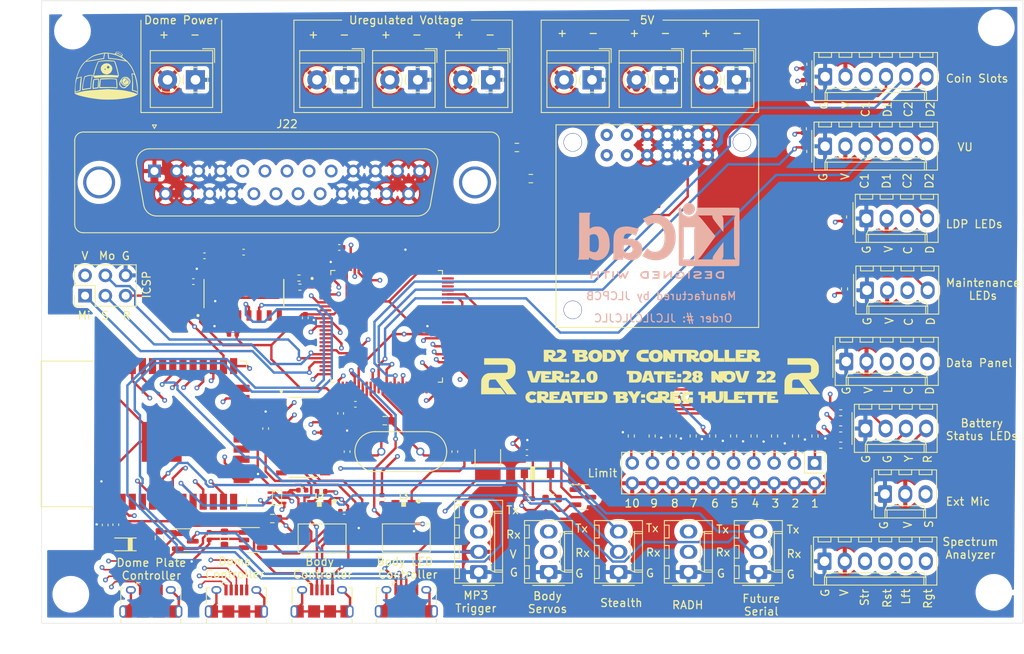
<source format=kicad_pcb>
(kicad_pcb (version 20211014) (generator pcbnew)
  (title_block (title "R2D2 LED Controller") (date "2022-01-26") (rev "1.0") (comment 1 "Created by Greg Hulette"))
  (layers (0 "F.Cu" signal) (1 "In1.Cu" signal) (2 "In2.Cu" signal) (31 "B.Cu" signal) (34 "B.Paste" user) (35 "F.Paste" user) (36 "B.SilkS" user "B.Silkscreen") (37 "F.SilkS" user "F.Silkscreen") (38 "B.Mask" user) (39 "F.Mask" user) (44 "Edge.Cuts" user))
  (net 0 "")
  (net 1 "+12V")
  (net 2 "GND")
  (net 3 "+5V")
  (net 4 "MAINT_CLOCK")
  (net 5 "LDP_CLOCK")
  (net 6 "VU1_CLOCK")
  (net 7 "VU2_CLOCK")
  (net 8 "CS2_CLOCK")
  (net 9 "CS1_CLOCK")
  (net 10 "DP_DATA_IN")
  (net 11 "DP_CLOCK")
  (net 12 "DP_LOAD")
  (net 13 "SPECTRUM_RIGHT")
  (net 14 "SPECTRUM_LEFT")
  (net 15 "VU_RESET")
  (net 16 "VU_STROBE")
  (net 17 "BATTERY_LEVEL")
  (net 18 "LDP_DATA")
  (net 19 "CS1_DATA")
  (net 20 "CS2_DATA")
  (net 21 "MAINT_DATA")
  (net 22 "VU1_DATA")
  (net 23 "VU2_DATA")
  (net 24 "+5V_BL")
  (net 25 "Net-(C6-Pad1)")
  (net 26 "RESET_BL")
  (net 27 "+3.3V_BC")
  (net 28 "RESET_BC")
  (net 29 "VIN_BC")
  (net 30 "VBUS_DC")
  (net 31 "D-_DC")
  (net 32 "D+_DC")
  (net 33 "VBUS_BC")
  (net 35 "TXD0_BL")
  (net 36 "RXD0_BL")
  (net 37 "GND_DC")
  (net 38 "Net-(F1-Pad1)")
  (net 39 "VBUS_BL")
  (net 40 "LIMIT7")
  (net 41 "LIMIT8")
  (net 42 "LIMIT9")
  (net 43 "LIMIT10")
  (net 44 "Net-(J6-Pad2)")
  (net 45 "Net-(J6-Pad3)")
  (net 46 "Net-(J6-Pad4)")
  (net 47 "D-_BL")
  (net 48 "D+_BL")
  (net 50 "unconnected-(J10-Pad6)")
  (net 51 "EXT_MIC")
  (net 52 "D-_BC")
  (net 53 "D+_BC")
  (net 55 "unconnected-(J11-Pad6)")
  (net 56 "unconnected-(J14-Pad6)")
  (net 57 "VBUS_DP")
  (net 58 "LIMIT1")
  (net 59 "LIMIT2")
  (net 60 "LIMIT3")
  (net 61 "LIMIT4")
  (net 62 "LIMIT5")
  (net 63 "LIMIT6")
  (net 64 "D-_DP")
  (net 65 "D+_DP")
  (net 66 "RX_MP")
  (net 67 "RX_ST")
  (net 68 "TX_MP")
  (net 69 "TX_ST")
  (net 71 "GND_DP")
  (net 72 "unconnected-(J15-Pad6)")
  (net 73 "YELLOW_LED")
  (net 74 "XTAL1")
  (net 75 "Net-(R2-Pad1)")
  (net 76 "Net-(R3-Pad1)")
  (net 77 "GREEN_LED")
  (net 78 "RED_LED")
  (net 79 "Net-(R22-Pad1)")
  (net 80 "SW_BATT_IN_POS")
  (net 85 "RX_BL")
  (net 86 "TX_BL")
  (net 95 "XTAL2")
  (net 134 "Net-(J4-Pad4)")
  (net 135 "Net-(J5-Pad4)")
  (net 136 "Net-(J5-Pad6)")
  (net 139 "Net-(J9-Pad4)")
  (net 146 "TX_BS")
  (net 148 "GPIO0_BC")
  (net 149 "RX_BS")
  (net 152 "TXD0_BC")
  (net 153 "RXD0_BC")
  (net 162 "DTR_BC")
  (net 163 "RTS_BC")
  (net 167 "unconnected-(J22-Pad0)")
  (net 172 "ST_LED_D_BL")
  (net 173 "ST_LED_D_BC")
  (net 177 "Net-(J27-Pad4)")
  (net 178 "Net-(L2-Pad3)")
  (net 179 "Net-(L3-Pad3)")
  (net 180 "Net-(J27-Pad6)")
  (net 181 "RX_FU")
  (net 182 "TX_FU")
  (net 183 "RX_RD")
  (net 184 "TX_RD")
  (footprint "Resistor_SMD:R_0402_1005Metric" (layer "F.Cu") (at 170.47 58.04 90)
    (fp_text reference "R11" hide)
    (fp_text value "220")
  )
  (footprint "Resistor_SMD:R_0402_1005Metric" (layer "F.Cu") (at 170.53 49.95 -90)
    (fp_text reference "R8" hide)
    (fp_text value "220")
  )
  (footprint "Connector_Molex:Molex_KK-254_AE-6410-04A_1x04_P2.54mm_Vertical" (layer "F.Cu") (at 178.44 78.275)
    (fp_text reference "J9" hide)
    (fp_text value "Maintenance")
  )
  (footprint "Custom:SOD3716X135N" (layer "F.Cu") (at 85.5085 110.1285 180)
    (fp_text reference "CR2" hide)
    (fp_text value "B5819W-TP")
  )
  (footprint "Logos:R2_Logo_V2" (layer "F.Cu") (at 170.33 89.40817)
    (fp_text reference "G***" hide)
    (fp_text value "LOGO" hide)
  )
  (footprint "MountingHole:MountingHole_3.2mm_M3" (layer "F.Cu") (at 78.66 116.38)
    (fp_text reference "REF**" hide)
    (fp_text value "MountingHole_3.2mm_M3" hide)
  )
  (footprint "Resistor_SMD:R_0603_1608Metric" (layer "F.Cu") (at 89.77 109.31 -90)
    (fp_text reference "R21" hide)
    (fp_text value "100K")
  )
  (footprint "Resistor_SMD:R_0402_1005Metric" (layer "F.Cu") (at 156.67 96.54 90)
    (fp_text reference "R35" hide)
    (fp_text value "10K")
  )
  (footprint "Resistor_SMD:R_0402_1005Metric" (layer "F.Cu") (at 107.26 76.75)
    (fp_text reference "R3" hide)
    (fp_text value "1K")
  )
  (footprint "Logos:Dome_Icon" (layer "F.Cu") (at 83.12 51.38)
    (fp_text reference "G***" hide)
    (fp_text value "LOGO" hide)
  )
  (footprint "Capacitor_SMD:C_0402_1005Metric" (layer "F.Cu") (at 112.31 72.91 180)
    (fp_text reference "C10" hide)
    (fp_text value ".1uF")
  )
  (footprint "Connector_Molex:Molex_KK-254_AE-6410-06A_1x06_P2.54mm_Vertical" (layer "F.Cu") (at 173.21 51.50375)
    (fp_text reference "J5" hide)
    (fp_text value "Coin Slots")
  )
  (footprint "Resistor_SMD:R_0402_1005Metric" (layer "F.Cu") (at 175.16 97.69 180)
    (fp_text reference "R14" hide)
    (fp_text value "220")
  )
  (footprint "TerminalBlock_4Ucon:TerminalBlock_4Ucon_1x02_P3.50mm_Horizontal" (layer "F.Cu") (at 143.99 51.9 180)
    (fp_text reference "J17" hide)
    (fp_text value "RADH_POW")
  )
  (footprint "Custom:WS2812B-2020" (layer "F.Cu") (at 109.8125 105.715)
    (fp_text reference "L2")
    (fp_text value "WS2812B-2020")
  )
  (footprint "Package_TO_SOT_SMD:SOT-23" (layer "F.Cu") (at 142.85 104.21)
    (fp_text reference "U3" hide)
    (fp_text value "CJ2301_S1")
  )
  (footprint "Connector_USB:USB_Micro-B_Amphenol_10118194_Horizontal" (layer "F.Cu") (at 110.155 117.23)
    (fp_text reference "J11" hide)
    (fp_text value "USB_B_Micro")
  )
  (footprint "Custom:GT-TC057A-H050-L1" (layer "F.Cu") (at 120.7125 109.33)
    (fp_text reference "SW1" hide)
    (fp_text value "SW_Push")
  )
  (footprint "Resistor_SMD:R_0402_1005Metric" (layer "F.Cu") (at 117.66 104.46 90)
    (fp_text reference "R26" hide)
    (fp_text value "220")
  )
  (footprint "Connector_Molex:Molex_KK-254_AE-6410-05A_1x05_P2.54mm_Vertical" (layer "F.Cu") (at 175.85 87.20875)
    (fp_text reference "J7" hide)
    (fp_text value "Data Panel/ CBI")
  )
  (footprint "Connector_Molex:Molex_KK-254_AE-6410-03A_1x03_P2.54mm_Vertical" (layer "F.Cu") (at 180.71 103.81625)
    (fp_text reference "J1" hide)
    (fp_text value "Body Servos")
  )
  (footprint "Custom:GT-TC057A-H050-L1" (layer "F.Cu") (at 110.155 109.34)
    (fp_text reference "SW2" hide)
    (fp_text value "SW_Push")
  )
  (footprint "Custom:WS2812B-2020" (layer "F.Cu") (at 120.37 105.715)
    (fp_text reference "L3")
    (fp_text value "WS2812B-2020")
  )
  (footprint "Capacitor_SMD:C_0402_1005Metric" (layer "F.Cu") (at 114.33 92.57)
    (fp_text reference "C9" hide)
    (fp_text value ".1uF")
  )
  (footprint "Connector_USB:USB_Micro-B_Amphenol_10118194_Horizontal" (layer "F.Cu") (at 99.41 117.24)
    (fp_text reference "J15" hide)
    (fp_text value "DomePlateControllerUSB")
  )
  (footprint "Capacitor_SMD:C_0402_1005Metric" (layer "F.Cu") (at 95.41 73.96 180)
    (fp_text reference "C3" hide)
    (fp_text value "10uF")
  )
  (footprint "Resistor_SMD:R_0402_1005Metric" (layer "F.Cu") (at 161.74 96.54 90)
    (fp_text reference "R33" hide)
    (fp_text value "10K")
  )
  (footprint "Connector_Dsub:DSUB-25_Male_Vertical_P2.77x2.84mm_MountingHoles" (layer "F.Cu") (at 89.14 63.335338)
    (fp_text reference "J22")
    (fp_text value "DB25_Male_MountingHoles")
  )
  (footprint "Capacitor_SMD:C_0402_1005Metric" (layer "F.Cu") (at 108.05 81.75 -90)
    (fp_text reference "C11" hide)
    (fp_text value ".1uF")
  )
  (footprint "Resistor_SMD:R_0402_1005Metric" (layer "F.Cu") (at 154.16 96.54 90)
    (fp_text reference "R36" hide)
    (fp_text value "10K")
  )
  (footprint "Capacitor_SMD:C_0402_1005Metric" (layer "F.Cu") (at 112.93 105.99)
    (fp_text reference "C18" hide)
    (fp_text value "1uF")
  )
  (footprint "TerminalBlock_4Ucon:TerminalBlock_4Ucon_1x02_P3.50mm_Horizontal" (layer "F.Cu") (at 94.28 51.9 180)
    (fp_text reference "J21" hide)
    (fp_text value "DomeElectronicsPowerIn")
  )
  (footprint "Capacitor_SMD:C_0402_1005Metric" (layer "F.Cu") (at 113.29 98.5 90)
    (fp_text reference "C1" hide)
    (fp_text value "20pF")
  )
  (footprint "Resistor_SMD:R_0402_1005Metric" (layer "F.Cu") (at 151.53 96.54 90)
    (fp_text reference "R37" hide)
    (fp_text value "10K")
  )
  (footprint "Resistor_SMD:R_0402_1005Metric" (layer "F.Cu") (at 107.38 77.89)
    (fp_text reference "R2" hide)
    (fp_text value "1K")
  )
  (footprint "Resistor_SMD:R_0402_1005Metric" (layer "F.Cu") (at 170.51 52.44 90)
    (fp_text reference "R9" hide)
    (fp_text value "220")
  )
  (footprint "Resistor_SMD:R_0402_1005Metric" (layer "F.Cu") (at 110.04 103.49)
    (fp_text reference "R27" hide)
    (fp_text value "220")
  )
  (footprint "Connector_Molex:Molex_KK-254_AE-6410-03A_1x03_P2.54mm_Vertical" (layer "F.Cu") (at 164.85 113.6 90)
    (fp_text reference "J24" hide)
    (fp_text value "Future")
  )
  (footprint "Custom:XTAL_HC49P488W46L1150T500H350" (layer "F.Cu") (at 120.02 98.5)
    (fp_text reference "Y1" hide)
    (fp_text value "16MHz")
  )
  (footprint "Connector_Molex:Molex_KK-254_AE-6410-04A_1x04_P2.54mm_Vertical" (layer "F.Cu") (at 129.79 113.6 90)
    (fp_text reference "J13" hide)
    (fp_text value "Batt Level LEDS")
  )
  (footprint "Resistor_SMD:R_0603_1608Metric" (layer "F.Cu") (at 136.32 64.28)
    (fp_text reference "R19" hide)
    (fp_text value "22K")
  )
  (footprint "Connector_Molex:Molex_KK-254_AE-6410-06A_1x06_P2.54mm_Vertical" (layer "F.Cu") (at 173.2 60.2275)
    (fp_text reference "J27" hide)
    (fp_text value "VU Data Panel")
  )
  (footprint "TerminalBlock_4Ucon:TerminalBlock_4Ucon_1x02_P3.50mm_Horizontal" (layer "F.Cu") (at 122.145 51.9 180)
    (fp_text reference "J12" hide)
    (fp_text value "UnSW_BATT_IN")
  )
  (footprint "Capacitor_SMD:C_0402_1005Metric" (layer "F.Cu") (at 103.08 95.61 90)
    (fp_text reference "C16" hide)
    (fp_text value "100nF")
  )
  (footprint "Package_TO_SOT_SMD:SOT-23" (layer "F.Cu") (at 93.01 109.73)
    (fp_text reference "U8" hide)
    (fp_text value "CJ2301_S1")
  )
  (footprint "Resistor_SMD:R_0402_1005Metric" (layer "F.Cu") (at 175.16 95.66 180)
    (fp_text reference "R13" hide)
    (fp_text value "220")
  )
  (footprint "Connector_Molex:Molex_KK-254_AE-6410-04A_1x04_P2.54mm_Vertical" (layer "F.Cu") (at 178.37 69.28125)
    (fp_text reference "J4" hide)
    (fp_text value "LDP")
  )
  (footprint "Resistor_SMD:R_0402_1005Metric" (layer "F.Cu") (at 169.49 96.54 90)
    (fp_text reference "R30" hide)
    (fp_text value "10K")
  )
  (footprint "Resistor_SMD:R_0603_1608Metric" (layer "F.Cu") (at 118.01 94.62 180)
    (fp_text reference "R1" hide)
    (fp_text value "1M")
  )
  (footprint "Resistor_SMD:R_0603_1608Metric" (layer "F.Cu") (at 103.92 106.89)
    (fp_text reference "R20" hide)
    (fp_text value "10K")
  )
  (footprint "Capacitor_SMD:C_0402_1005Metric" (layer "F.Cu") (at 82.97 107.7 -90)
    (fp_text reference "C12" hide)
    (fp_text value "10uF")
  )
  (footprint "Resistor_SMD:R_0402_1005Metric" (layer "F.Cu") (at 175.52 69.09 -90)
    (fp_text reference "R6" hide)
    (fp_text value "220")
  )
  (footprint "Resistor_SMD:R_0402_1005Metric" (layer "F.Cu") (at 170.52 60.88 -90)
    (fp_text reference "R10" hide)
    (fp_text value "220")
  )
  (footprint "TerminalBlock_4Ucon:TerminalBlock_4Ucon_1x02_P3.50mm_Horizontal" (layer "F.Cu") (at 131.28 51.9 180)
    (fp_text reference "J16" hide)
    (fp_text value "UnSW_BATT_PASS")
  )
  (footprint "MountingHole:MountingHole_3.2mm_M3" (layer "F.Cu") (at 194.36 116.14)
    (fp_text reference "REF**" hide)
    (fp_text value "MountingHole_3.2mm_M3" hide)
  )
  (footprint "Logos:BodyControllerV2" (layer "F.Cu") (at 151.269466 88.757185)
    (fp_text reference "G***" hide)
    (fp_text value "LOGO" hide)
  )
  (footprint "Connector_PinHeader_2.54mm:PinHeader_2x03_P2.54mm_Vertical" (layer "F.Cu") (at 80.45 78.95 90)
    (fp_text reference "J20" hide)
    (fp_text value "ICSP")
  )
  (footprint "Connector_USB:USB_Micro-B_Amphenol_10118194_Horizontal" (layer "F.Cu") (at 120.7125 117.22)
    (fp_text reference "J10" hide)
    (fp_text value "USB_B_Micro")
  )
  (footprint "Custom:QFP50P1600X1600X120-100N" (layer "F.Cu") (at 118.245 82.795)
    (fp_text reference "U1" hide)
    (fp_text value "ATMEGA256016AU")
  )
  (footprint "Resistor_SMD:R_0402_1005Metric" (layer "F.Cu") (at 171.93 96.54 90)
    (fp_text reference "R29" hide)
    (fp_text value "10K")
  )
  (footprint "Resistor_SMD:R_0402_1005Metric" (layer "F.Cu") (at 159.11 96.54 90)
    (fp_text reference "R34" hide)
    (fp_text value "10K")
  )
  (footprint "Resistor_SMD:R_0603_1608Metric" (layer "F.Cu") (at 97.92 109.36 90)
    (fp_text reference "R22" hide)
    (fp_text value "100K")
  )
  (footprint "Connector_Molex:Molex_KK-254_AE-6410-03A_1x03_P2.54mm_Vertical" (layer "F.Cu") (at 138.555 113.6 90)
    (fp_text reference "J2" hide)
    (fp_text value "Body Servos")
  )
  (footprint "Pololu:D36V50F5-STEPDOWN" (layer "F.Cu") (at 152.175 70.235 180)
    (fp_text reference "U14" hide)
    (fp_text value "D36V50F5-STEPDOWN")
  )
  (footprint "Connector_PinHeader_2.54mm:PinHeader_2x10_P2.54mm_Vertical" (layer "F.Cu") (at 171.89 99.92 -90)
    (fp_text reference "J3" hide)
    (fp_text value "Conn_02x10_Odd_Even")
  )
  (footprint "Custom:UMT6" (layer "F.Cu") (at 104.505 104.2858)
    (fp_text reference "U6" hide)
    (fp_text value "UMH3N")
  )
  (footprint "Capacitor_SMD:C_0402_1005Metric" (layer "F.Cu") (at 98.97 83.8 180)
    (fp_text reference "C5" hide)
    (fp_text value ".1uF")
  )
  (footprint "Custom:SOIC127P600X180-16N" (layer "F.Cu") (at 107.795 96.72)
    (fp_text reference "U5" hide)
    (fp_text value "CH340C")
  )
  (footprint "Package_TO_SOT_SMD:SOT-23-5" (layer "F.Cu") (at 101.5 109.58)
    (fp_text reference "U7" hide)
    (fp_text value "ME6211C33M5G")
  )
  (footprint "Custom:SOD3716X135N" (layer "F.Cu") (at 137.1485 101.2085)
    (fp_text reference "CR1" hide)
    (fp_text value "B5819W-TP")
  )
  (footprint "Connector_Molex:Molex_KK-254_AE-6410-03A_1x03_P2.54mm_Vertical" (layer "F.Cu") (at 147.32 113.6 90)
    (fp_text reference "J25" hide)
    (fp_text value "Stealth")
  )
  (footprint "Resistor_SMD:R_0603_1608Metric" (layer "F.Cu") (at 134.57 60.38)
    (fp_text reference "R18" hide)
    (fp_text value "57K")
  )
  (footprint "Capacitor_SMD:C_0402_1005Metric" (layer "F.Cu") (at 112.48 93.71 -90)
    (fp_text reference "C15" hide)
    (fp_text value "10uF")
  )
  (footprint "Connector_Molex:Molex_KK-254_AE-6410-03A_1x03_P2.54mm_Vertical" (layer "F.Cu") (at 156.085 113.6 90)
    (fp_text reference "J26" hide)
    (fp_text value "RADH")
  )
  (footprint "Custom:FUSM4632X85" (layer "F.Cu") (at 130.9285 99.3385 90)
    (fp_text reference "F1" hide)
    (fp_text value "MF-MSMF050-2")
  )
  (footprint "Resistor_SMD:R_0402_1005Metric" (layer "F.Cu") (at 148.91 96.54 90)
    (fp_text reference "R38" hide)
    (fp_text value "10K")
  )
  (footprint "MountingHole:MountingHole_3.2mm_M3" (layer "F.Cu") (at 78.87 45.79)
    (fp_text reference "REF**" hide)
    (fp_text value "MountingHole_3.2mm_M3" hide)
  )
  (footprint "TerminalBlock_4Ucon:TerminalBlock_4Ucon_1x02_P3.50mm_Horizontal" (layer "F.Cu") (at 162.1 51.9 180)
    (fp_text reference "J19" hide)
    (fp_text value "5V_OUT_3")
  )
  (footprint "Resistor_SMD:R_0603_1608Metric" (layer "F.Cu") (at 138.99 104.38)
    (fp_text reference "R17" hide)
    (fp_text value "10K")
  )
  (footprint "RF_Module:ESP32-WROOM-32" (layer "F.Cu") (at 90.81 96.28 90)
    (fp_text reference "U4" hide)
    (fp_text value "ESP32-WROOM-32D_16MB_")
  )
  (footprint "Capacitor_SMD:C_0402_1005Metric" (layer "F.Cu") (at 107.67 103.33)
    (fp_text reference "C14" hide)
    (fp_text value "100nF")
  )
  (footprint "Capacitor_SMD:C_0402_1005Metric" (layer "F.Cu") (at 84.3 107.66 -90)
    (fp_text reference "C13" hide)
    (fp_text value "100nF")
  )
  (footprint "Connector_Molex:Molex_KK-254_AE-6410-06A_1x06_P2.54mm_Vertical" (layer "F.Cu") (at 173.13 112.24)
    (fp_text reference "J8" hide)
    (fp_text value "Spectrum Analyzer")
  )
  (footprint "Resistor_SMD:R_0402_1005Metric" (layer "F.Cu") (at 175.16 93.63 180)
    (fp_text reference "R12" hide)
    (fp_text value "220")
  )
  (footprint "Resistor_SMD:R_0402_1005Metric" (layer "F.Cu") (at 164.3 96.54 90)
    (fp_text reference "R32" hide)
    (fp_text value "10K")
  )
  (footprint "Custom:SOIC127P600X180-16N" (layer "F.Cu") (at 100.355 78.69 90)
    (fp_text reference "U2" hide)
    (fp_text value "CH340C")
  )
  (footprint "MountingHole:MountingHole_3.2mm_M3" (layer "F.Cu") (at 194.66 45.37)
    (fp_text reference "REF**" hide)
    (fp_text value "MountingHole_3.2mm_M3" hide)
  )
  (footprint "Capacitor_SMD:C_0402_1005Metric" (layer "F.Cu") (at 100.32 73.5)
    (fp_text reference "C6" hide)
    (fp_text value ".1uF")
  )
  (footprint "TerminalBlock_4Ucon:TerminalBlock_4Ucon_1x02_P3.50mm_Horizontal" (layer "F.Cu") (at 113.01 51.9 180)
    (fp_text reference "J23" hide)
    (fp_text value "Amplifier_POW")
  )
  (footprint "Capacitor_SMD:C_0402_1005Metric" (layer "F.Cu") (at 96 109.08 90)
    (fp_text reference "C17" hide)
    (fp_text value "1uF")
  )
  (footprint "Capacitor_SMD:C_0402_1005Metric" (layer "F.Cu") (at 126.79 98.5 90)
    (fp_text reference "C2" hide)
    (fp_text value "20pF")
  )
  (footprint "Logos:R2_Logo_V2" (layer "F.Cu") (at 132.309044 89.40817)
    (fp_text reference "G***" hide)
    (fp_text value "LOGO" hide)
  )
  (footprint "TerminalBlock_4Ucon:TerminalBlock_4Ucon_1x02_P3.50mm_Horizontal" (layer "F.Cu") (at 153.045 51.9 180)
    (fp_text reference "J18" hide)
    (fp_text value "RASP_POW")
  )
  (footprint "Capacitor_SMD:C_0402_1005Metric" (layer "F.Cu") (at 94.02 77.19)
    (fp_text reference "C4" hide)
    (fp_text value ".1uF")
  )
  (footprint "Resistor_SMD:R_0402_1005Metric" (layer "F.Cu") (at 175.64 78.11 90)
    (fp_text reference "R7" hide)
    (fp_text value "220")
  )
  (footprint "Resistor_SMD:R_0402_1005Metric" (layer "F.Cu") (at 166.87 96.54 90)
    (fp_text reference "R31" hide)
    (fp_text value "10K")
  )
  (footprint "Connector_Molex:Molex_KK-254_AE-6410-04A_1x04_P2.54mm_Vertical" (layer "F.Cu") (at 178.25 95.6025)
    (fp_text reference "J6" hide)
    (fp_text value "Batt Level LEDS")
  )
  (footprint "Capacitor_SMD:C_0402_1005Metric" (layer "F.Cu") (at 135.83 98.62)
    (fp_text reference "C7" hide)
    (fp_text value ".1uF")
  )
  (footprint "Capacitor_SMD:C_0402_1005Metric" (layer "F.Cu") (at 136.09 104.4)
    (fp_text reference "C8" hide)
    (fp_text value ".1uF")
  )
  (footprint "Connector_USB:USB_Micro-B_Amphenol_10118194_Horizontal" (layer "F.Cu") (at 88.69 117.24)
    (fp_text reference "J14" hide)
    (fp_text value "DomeControllerUSB" hide)
  )
  (footprint "Symbol:KiCad-Logo2_8mm_SilkScreen" (layer "B.Cu") (at 152.35 71.26 180)
    (fp_text reference "REF**" hide)
    (fp_text value "KiCad-Logo2_8mm_SilkScreen" hide)
  )
  (gr_line (start 87.45 56) (end 87.45 44.42) (layer "F.SilkS") (width 0.12))
  (gr_line (start 97.57 56) (end 97.57 44.42) (layer "F.SilkS") (width 0.12))
  (gr_line (start 152.87 44.42) (end 164.87 44.42) (layer "F.SilkS") (width 0.12))
  (gr_line (start 106.62 44.42) (end 112.62 44.42) (layer "F.SilkS") (width 0.12))
  (gr_line (start 128.87 44.42) (end 133.87 44.42) (layer "F.SilkS") (width 0.12))
  (gr_line (start 87.45 56) (end 97.57 56) (layer "F.SilkS") (width 0.12))
  (gr_line (start 164.87 56) (end 164.87 44.4) (layer "F.SilkS") (width 0.12))
  (gr_line (start 106.62 55.96) (end 106.62 44.42) (layer "F.SilkS") (width 0.12))
  (gr_line (start 134 56) (end 134 44.42) (layer "F.SilkS") (width 0.12))
  (gr_line (start 137.62 56) (end 164.87 56) (layer "F.SilkS") (width 0.12))
  (gr_line (start 137.63 56) (end 137.62 44.42) (layer "F.SilkS") (width 0.12))
  (gr_line (start 106.62 56) (end 134 56) (layer "F.SilkS") (width 0.12))
  (gr_line (start 137.62 44.42) (end 148.62 44.42) (layer "F.SilkS") (width 0.12))
  (gr_line (start 75 120) (end 198 120) (layer "Edge.Cuts") (width 0.05))
  (gr_line (start 198 120) (end 198 42) (layer "Edge.Cuts") (width 0.05))
  (gr_line (start 198 42) (end 75 42) (layer "Edge.Cuts") (width 0.05))
  (gr_line (start 75 42) (end 75 120) (layer "Edge.Cuts") (width 0.05))
  (gr_text "Order #: JLCJLCJLCJLC" (at 152.908 81.788) (layer "B.SilkS") (effects (font (size 1 1)) (justify mirror)))
  (gr_text "Manufactured by JLCPCB" (at 152.654 78.994) (layer "B.SilkS") (effects (font (size 1 1)) (justify mirror)))
  (gr_text "C2" (at 183.51 64.566191 90) (layer "F.SilkS") (effects (font (size 1 1))))
  (gr_text "5" (at 161.83 104.99) (layer "F.SilkS") (effects (font (size 1 1))))
  (gr_text "Mi" (at 80.34 81.44) (layer "F.SilkS") (effects (font (size 1 1))))
  (gr_text "4" (at 164.46 104.99) (layer "F.SilkS") (effects (font (size 1 1))))
  (gr_text "+" (at 118.15 46.21) (layer "F.SilkS") (effects (font (size 1 1))))
  (gr_text "Rgt" (at 186.1 116.941904 90) (layer "F.SilkS") (effects (font (size 1 1))))
  (gr_text "MP3\nTrigger" (at 129.43 117.33) (layer "F.SilkS") (effects (font (size 1 1))))
  (gr_text "Uregulated Voltage" (at 120.73 44.42) (layer "F.SilkS") (effects (font (size 1 1))))
  (gr_text "Str" (at 178.15 116.775238 90) (layer "F.SilkS") (effects (font (size 1 1))))
  (gr_text "Body \nController" (at 110.23 113.1) (layer "F.SilkS") (effects (font (size 1 1))))
  (gr_text "C1" (at 178.27 55.6 90) (layer "F.SilkS") (effects (font (size 1 1))))
  (gr_text "D1" (at 181.03 55.6 90) (layer "F.SilkS") (effects (font (size 1 1))))
  (gr_text "G" (at 160.144286 113.77) (layer "F.SilkS") (effects (font (size 1 1))))
  (gr_text "R" (at 85.65 81.46) (layer "F.SilkS") (effects (font (size 1 1))))
  (gr_text "10" (at 149.02 104.99) (layer "F.SilkS") (effects (font (size 1 1))))
  (gr_text "Rx" (at 169.299048 111.32) (layer "F.SilkS") (effects (font (size 1 1))))
  (gr_text "Maintenance\nLEDs" (at 192.988095 78.15) (layer "F.SilkS") (effects (font (size 1 1))))
  (gr_text "-" (at 122.04 46.21) (layer "F.SilkS") (effects (font (size 1 1))))
  (gr_text "G" (at 85.55 73.98) (layer "F.SilkS") (effects (font (size 1 1))))
  (gr_text "Tx" (at 142.68 108.13) (layer "F.SilkS") (effects (font (size 1 1))))
  (gr_text "Tx" (at 169.18 108.26) (layer "F.SilkS") (effects (font (size 1 1))))
  (gr_text "S" (at 82.94 81.45) (layer "F.SilkS") (effects (font (size 1 1))))
  (gr_text "7" (at 156.73 104.99) (layer "F.SilkS") (effects (font (size 1 1))))
  (gr_text "S" (at 186.22 107.59 90) (layer "F.SilkS") (effects (font (size 1 1))))
  (gr_text "L" (at 181.09 90.764762 90) (layer "F.SilkS") (effects (font (size 1 1))))
  (gr_text "D2" (at 186.27 64.566191 90) (layer "F.SilkS") (effects (font (size 1 1))))
  (gr_text "-" (at 112.95 46.21) (layer "F.SilkS") (effects (font (size 1 1))))
  (gr_text "-" (at 144.14 46.02) (layer "F.SilkS") (effects (font (size 1 1))))
  (gr_text "V" (at 181.16 73.118572 90) (layer "F.SilkS") (effects (font (size 1 1))))
  (gr_text "C" (at 183.65 90.86 90) (layer "F.SilkS") (effects (font (size 1 1))))
  (gr_text "C1" (at 178.14 64.566191 90) (layer "F.SilkS") (effects (font (size 1 1))))
  (gr_text "G" (at 173.22 116.203809 90) (layer "F.SilkS") (effects (font (size 1 1))))
  (gr_text "Coin Slots" (at 192.25 51.73) (layer "F.SilkS") (effects (font (size 1 1))))
  (gr_text "G" (at 168.894286 113.91) (layer "F.SilkS") (effects (font (size 1 1))))
  (gr_text "+" (at 127.33 46.21) (layer "F.SilkS") (effects (font (size 1 1))))
  (gr_text "-" (at 153.19 46.02) (layer "F.SilkS") (effects (font (size 1 1))))
  (gr_text "V" (at 183.57 107.68 90) (layer "F.SilkS") (effects (font (size 1 1))))
  (gr_text "G" (at 175.87 90.86 90) (layer "F.SilkS") (effects (font (size 1 1))))
  (gr_text "Y" (at 183.69 99.368572 90) (layer "F.SilkS") (effects (font (size 1 1))))
  (gr_text "5V" (at 150.9 44.42) (layer "F.SilkS") (effects (font (size 1 1))))
  (gr_text "Rx" (at 160.399048 111.13) (layer "F.SilkS") (effects (font (size 1 1))))
  (gr_text "Rst" (at 180.99 116.894285 90) (layer "F.SilkS") (effects (font (size 1 1))))
  (gr_text "8" (at 154.36 104.99) (layer "F.SilkS") (effects (font (size 1 1))))
  (gr_text "3" (at 166.97 104.99) (layer "F.SilkS") (effects (font (size 1 1))))
  (gr_text "G" (at 134.194286 113.65) (layer "F.SilkS") (effects (font (size 1 1))))
  (gr_text "G" (at 151.254286 113.74) (layer "F.SilkS") (effects (font (size 1 1))))
  (gr_text "V" (at 175.85 55.052381 90) (layer "F.SilkS") (effects (font (size 1 1))))
  (gr_text "R" (at 186.06 99.44 90) (layer "F.SilkS") (effects (font (size 1 1))))
  (gr_text "Battery\nStatus LEDs" (at 192.845238 95.74) (layer "F.SilkS") (effects (font (size 1 1))))
  (gr_text "Body LED \nController" (at 120.9 113.1) (layer "F.SilkS") (effects (font (size 1 1))))
  (gr_text "2" (at 169.47 104.99) (layer "F.SilkS") (effects (font (size 1 1))))
  (gr_text "V" (at 134.1 111.37) (layer "F.SilkS") (effects (font (size 1 1))))
  (gr_text "-" (at 131.22 46.21) (layer "F.SilkS") (effects (font (size 1 1))))
  (gr_text "1" (at 171.92 104.99) (layer "F.SilkS") (effects (font (size 1 1))))
  (gr_text "Rx" (at 142.799048 111.19) (layer "F.SilkS") (effects (font (size 1 1))))
  (gr_text "D" (at 186.44 82.168572 90) (layer "F.SilkS") (effects (font (size 1 1))))
  (gr_text "Tx" (at 134.01 105.84) (layer "F.SilkS") (effects (font (size 1 1))))
  (gr_text "C" (at 183.68 82.24 90) (layer "F.SilkS") (effects (font (size 1 1))))
  (gr_text "+" (at 90.34 46.21) (layer "F.SilkS") (effects (font (size 1 1))))
  (gr_text "G" (at 180.57 107.73 90) (layer "F.SilkS") (effects (font (size 1 1))))
  (gr_text "G" (at 178.4 73.19 90) (layer "F.SilkS") (effects (font (size 1 1))))
  (gr_text "-" (at 94.23 46.21) (layer "F.SilkS") (effects (font (size 1 1))))
  (gr_text "Tx" (at 160.35 108.24) (layer "F.SilkS") (effects (font (size 1 1))))
  (gr_text "Limit" (at 145.3 101.2) (layer "F.SilkS") (effects (font (size 1 1))))
  (gr_text "Lft" (at 183.33 116.68 90) (layer "F.SilkS") (effects (font (size 1 1))))
  (gr_text "Dome Power" (at 92.49 44.42) (layer "F.SilkS") (effects (font (size 1 1))))
  (gr_text "+" (at 109.06 46.21) (layer "F.SilkS") (effects (font (size 1 1))))
  (gr_text "Rx" (at 151.659048 111.15) (layer "F.SilkS") (effects (font (size 1 1))))
  (gr_text "+" (at 149.3 46.02) (layer "F.SilkS") (effects (font (size 1 1))))
  (gr_text "C" (at 183.58 73.27 90) (layer "F.SilkS") (effects (font (size 1 1))))
  (gr_text "Body\nServos" (at 138.41 117.41) (layer "F.SilkS") (effects (font (size 1 1))))
  (gr_text "D2" (at 186.4 55.6 90) (layer "F.SilkS") (effects (font (size 1 1))))
  (gr_text "-" (at 162.18 46.02) (layer "F.SilkS") (effects (font (size 1 1))))
  (gr_text "9" (at 151.76 104.99) (layer "F.SilkS") (effects (font (size 1 1))))
  (gr_text "V" (at 178.63 90.788572 90) (layer "F.SilkS") (effects (font (size 1 1))))
  (gr_text "RADH" (at 155.98 117.73) (layer "F.SilkS") (effects (font (size 1 1))))
  (gr_text "G" (at 173.09 55.123809 90) (layer "F.SilkS") (effects (font (size 1 1))))
  (gr_text "6" (at 159.4 104.99) (layer "F.SilkS") (effects (font (size 1 1))))
  (gr_text "V" (at 175.72 64.018572 90) (layer "F.SilkS") (effects (font (size 1 1))))
  (gr_text "G" (at 142.394286 113.78) (layer "F.SilkS") (effects (font (size 1 1))))
  (gr_text "Tx" (at 151.54 108.09) (layer "F.SilkS") (effects (font (size 1 1))))
  (gr_text "Future\nSerial" (at 165.2 117.73) (layer "F.SilkS") (effects (font (size 1 1))))
  (gr_text "Spectrum\nAnalyzer" (at 191.417619 110.61) (layer "F.SilkS") (effects (font (size 1 1))))
  (gr_text "D1" (at 180.9 64.566191 90) (layer "F.SilkS") (effects (font (size 1 1))))
  (gr_text "C2" (at 183.64 55.6 90) (layer "F.SilkS") (effects (font (size 1 1))))
  (gr_text "Dome\nController" (at 99.21 113.05) (layer "F.SilkS") (effects (font (size 1 1))))
  (gr_text "LDP LEDs" (at 191.892857 69.98) (layer "F.SilkS") (effects (font (size 1 1))))
  (gr_text "+" (at 140.25 46.02) (layer "F.SilkS") (effects (font (size 1 1))))
  (gr_text "G" (at 172.96 64.09 90) (layer "F.SilkS") (effects (font (size 1 1))))
  (gr_text "G" (at 178.5 82.16 90) (layer "F.SilkS") (effects (font (size 1 1))))
  (gr_text "V" (at 175.58 116.18 90) (layer "F.SilkS") (effects (font (size 1 1))))
  (gr_text "G" (at 178.33 99.44 90) (layer "F.SilkS") (effects (font (size 1 1))))
  (gr_text "Data Panel" (at 192.511904 87.39) (layer "F.SilkS") (effects (font (size 1 1))))
  (gr_text "Ext Mic" (at 191.107143 104.76) (layer "F.SilkS") (effects (font (size 1 1))))
  (gr_text "+" (at 158.29 46.02) (layer "F.SilkS") (effects (font (size 1 1))))
  (gr_text "Stealth" (at 147.66 117.46) (layer "F.SilkS") (effects (font (size 1 1))))
  (gr_text "V" (at 80.43 73.97) (layer "F.SilkS") (effects (font (size 1 1))))
  (gr_text "D" (at 186.33 90.86 90) (layer "F.SilkS") (effects (font (size 1 1))))
  (gr_text "Rx" (at 134.129048 108.9) (layer "F.SilkS") (effects (font (size 1 1))))
  (gr_text "Dome Plate\nController" (at 88.76 113.23) (layer "F.SilkS") (effects (font (size 1 1))))
  (gr_text "V" (at 181.26 82.088572 90) (layer "F.SilkS") (effects (font (size 1 1))))
  (gr_text "D" (at 186.34 73.198572 90) (layer "F.SilkS") (effects (font (size 1 1))))
  (gr_text "ICSP" (at 88.16 77.57 90) (layer "F.SilkS") (effects (font (size 1 1))))
  (gr_text "VU\n" (at 190.758571 60.33) (layer "F.SilkS") (effects (font (size 1 1))))
  (gr_text "G" (at 181.01 99.44 90) (layer "F.SilkS") (effects (font (size 1 1))))
  (gr_text "Mo" (at 83.21 73.95) (layer "F.SilkS") (effects (font (size 1 1))))
  (segment (start 81.9 105.435) (end 82.555 104.78) (width 0.3) (layer "F.Cu") (net 2))
  (segment (start 171.93 96.03) (end 172.41 96.03) (width 0.3) (layer "F.Cu") (net 2))
  (segment (start 113.29 95.86) (end 113.29 95) (width 0.3) (layer "F.Cu") (net 2))
  (segment (start 136.57 104.4) (end 136.57 98.88) (width 0.3) (layer "F.Cu") (net 2))
  (segment (start 122.0125 115.82) (end 122.0125 111.32) (width 0.3) (layer "F.Cu") (net 2))
  (segment (start 124.0025 106.8825) (end 122.185 105.065) (width 0.3) (layer "F.Cu") (net 2))
  (segment (start 160.23 97.15) (end 160.38 97.15) (width 0.3) (layer "F.Cu") (net 2))
  (segment (start 136.57 98.88) (end 136.31 98.62) (width 0.3) (layer "F.Cu") (net 2))
  (segment (start 151.53 96.03) (end 151.95 96.03) (width 0.3) (layer "F.Cu") (net 2))
  (segment (start 111.24 74.73) (end 111.24 73.5) (width 0.3) (layer "F.Cu") (net 2))
  (segment (start 82.555 102.285) (end 82.555 104.78) (width 0.3) (layer "F.Cu") (net 2))
  (segment (start 81.9 107.62) (end 81.9 105.435) (width 0.3) (layer "F.Cu") (net 2))
  (segment (start 137.145 64.28) (end 137.145 66.535) (width 0.3) (layer "F.Cu") (net 2))
  (segment (start 103.53 102.71) (end 102.125 101.305) (width 0.3) (layer "F.Cu") (net 2))
  (segment (start 154.98 96.85) (end 155.13 96.85) (width 0.3) (layer "F.Cu") (net 2))
  (segment (start 115.245 92.135) (end 114.81 92.57) (width 0.3) (layer "F.Cu") (net 2))
  (segment (start 96 109.56) (end 96.12452 109.43548) (width 0.3) (layer "F.Cu") (net 2))
  (segment (start 82.555 87.78) (end 82.555 89.78) (width 0.3) (layer "F.Cu") (net 2))
  (segment (start 122.54 109.33) (end 121.68 108.47) (width 0.3) (layer "F.Cu") (net 2))
  (segment (start 95.91 82.01) (end 95.91 81.44) (width 0.3) (layer "F.Cu") (net 2))
  (segment (start 112.43 104.33) (end 112.6 104.5) (width 0.3) (layer "F.Cu") (net 2))
  (segment (start 109.12 82.01) (end 108.9 82.23) (width 0.3) (layer "F.Cu") (net 2))
  (segment (start 110.8275 104.8525) (end 111.35 104.33) (width 0.3) (layer "F.Cu") (net 2))
  (segment (start 113.49 109.34) (end 114.75 108.08) (width 0.3) (layer "F.Cu") (net 2))
  (segment (start 82.555 89.78) (end 90.055 97.28) (width 0.3) (layer "F.Cu") (net 2))
  (segment (start 111.455 114.085) (end 111.455 115.83) (width 0.3) (layer "F.Cu") (net 2))
  (segment (start 123.95 100.94) (end 127.37 100.94) (width 0.3) (layer "F.Cu") (net 2))
  (segment (start 156.67 96.03) (end 156.86 96.03) (width 0.3) (layer "F.Cu") (net 2))
  (segment (start 82.97 108.18) (end 82.46 108.18) (width 0.3) (layer "F.Cu") (net 2))
  (segment (start 103.08 93.48) (end 103.08 95.13) (width 0.3) (layer "F.Cu") (net 2))
  (segment (start 159.11 96.03) (end 160.23 97.15) (width 0.3) (layer "F.Cu") (net 2))
  (segment (start 103.08 93.4) (end 103.08 93.48) (width 0.3) (layer "F.Cu") (net 2))
  (segment (start 106.807715 102.71) (end 103.53 102.71) (width 0.3) (layer "F.Cu") (net 2))
  (segment (start 121.385 103.505) (end 123.95 100.94) (width 0.3) (layer "F.Cu") (net 2))
  (segment (start 108.9 82.23) (end 108.05 82.23) (width 0.3) (layer "F.Cu") (net 2))
  (segment (start 84.3 108.14) (end 83.01 108.14) (width 0.3) (layer "F.Cu") (net 2))
  (segment (start 110.575 81.795) (end 109.335 81.795) (width 0.3) (layer "F.Cu") (net 2))
  (segment (start 114.05 94.19) (end 114.81 93.43) (width 0.3) (layer "F.Cu") (net 2))
  (segment (start 115.245 90.465) (end 115.245 92.135) (width 0.3) (layer "F.Cu") (net 2))
  (segment (start 113.445 109.34) (end 113.445 112.095) (width 0.3) (layer "F.Cu") (net 2))
  (segment (start 82.5 102.035) (end 87.255 97.28) (width 0.3) (layer "F.Cu") (net 2))
  (segment (start 127.28 98.02) (end 126.79 98.02) (width 0.3) (layer "F.Cu") (net 2))
  (segment (start 127.99 98.73) (end 127.28 98.02) (width 0.3) (layer "F.Cu") (net 2))
  (segment (start 82.46 108.18) (end 81.9 107.62) (width 0.3) (layer "F.Cu") (net 2))
  (segment (start 161.74 96.03) (end 162.92 97.21) (width 0.3) (layer "F.Cu") (net 2))
  (segment (start 113.445 112.095) (end 112.635 112.905) (width 0.3) (layer "F.Cu") (net 2))
  (segment (start 82.5 102.23) (end 82.5 102.035) (width 0.3) (layer "F.Cu") (net 2))
  (segment (start 122.0125 111.32) (end 124.0025 109.33) (width 0.3) (layer "F.Cu") (net 2))
  (segment (start 112.392735 76.34) (end 111.82 76.34) (width 0.3) (layer "F.Cu") (net 2))
  (segment (start 113.29 98.02) (end 113.29 95.86) (width 0.3) (layer "F.Cu") (net 2))
  (segment (start 102.09 101.27) (end 102.09 96.077715) (width 0.3) (layer "F.Cu") (net 2))
  (segment (start 166.87 96.03) (end 168.15 97.31) (width 0.3) (layer "F.Cu") (net 2))
  (segment (start 111.24 75.76) (end 111.24 74.73) (width 0.3) (layer "F.Cu") (net 2))
  (segment (start 97.46 82.77) (end 98.49 83.8) (width 0.3) (layer "F.Cu") (net 2))
  (segment (start 137.145 66.535) (end 139.46 68.85) (width 0.3) (layer "F.Cu") (net 2))
  (segment (start 168.15 97.31) (end 168.15 97.47) (width 0.3) (layer "F.Cu") (net 2))
  (segment (start 106.847235 102.67048) (end 106.807715 102.71) (width 0.3) (layer "F.Cu") (net 2))
  (segment (start 90.715 96.62) (end 93.36 96.62) (width 0.3) (layer "F.Cu") (net 2))
  (segment (start 125.915 83.295) (end 123.885 83.295) (width 0.3) (layer "F.Cu") (net 2))
  (segment (start 96 109.56) (end 96 110.08) (width 0.3) (layer "F.Cu") (net 2))
  (segment (start 151.95 96.03) (end 152.67 96.75) (width 0.3) (layer "F.Cu") (net 2))
  (segment (start 113.445 109.34) (end 113.49 109.34) (width 0.3) (layer "F.Cu") (net 2))
  (segment (start 169.72 96.03) (end 170.67 96.98) (width 0.3) (layer "F.Cu") (net 2))
  (segment (start 121.745 75.125) (end 121.745 74.262265) (width 0.3) (layer "F.Cu") (net 2))
  (segment (start 100.065 101.995) (end 101.365 101.995) (width 0.3) (layer "F.Cu") (net 2))
  (segment (start 93.36 96.62) (end 98.264511 101.524511) (width 0.3) (layer "F.Cu") (net 2))
  (segment (start 136.31 97.48) (end 135.88 97.05) (width 0.3) (layer "F.Cu") (net 2))
  (segment (start 101.365 101.995) (end 102.09 101.27) (width 0.3) (layer "F.Cu") (net 2))
  (segment (start 111.35 104.33) (end 112.43 104.33) (width 0.3) (layer "F.Cu") (net 2))
  (segment (start 113.29 95) (end 112.48 94.19) (width 0.3) (layer "F.Cu") (net 2))
  (segment (start 103.037715 95.13) (end 103.08 95.13) (width 0.3) (layer "F.Cu") (net 2))
  (segment (start 94.45 75.58) (end 94.45 77.14) (width 0.3) (layer "F.Cu") (net 2))
  (segment (start 155.985 66.515) (end 155.985 61.345) (width 0.3) (layer "F.Cu") (net 2))
  (segment (start 124.0025 109.33) (end 124.0025 106.8825) (width 0.3) (layer "F.Cu") (net 2))
  (segment (start 95.91 80.49) (end 96.76 79.64) (width 0.3) (layer "F.Cu") (net 2))
  (segment (start 113.41 105.31) (end 113.41 105.99) (width 0.3) (layer "F.Cu") (net 2))
  (segment (start 114.81 93.43) (end 114.81 92.57) (width 0.3) (layer "F.Cu") (net 2))
  (segment (start 100.21798 109.43548) (end 100.3625 109.58) (width 0.3) (layer "F.Cu") (net 2))
  (segment (start 123.885 83.295) (end 123.36 82.77) (width 0.3) (layer "F.Cu") (net 2))
  (segment (start 112.745 75.987735) (end 112.392735 76.34) (width 0.3) (layer "F.Cu") (net 2))
  (segment (start 99.185978 101.995) (end 100.065 101.995) (width 0.3) (layer "F.Cu") (net 2))
  (segment (start 98.264511 101.524511) (end 98.715489 101.524511) (width 0.3) (layer "F.Cu") (net 2))
  (segment (start 148.91 96.03) (end 148.87 96.07) (width 0.3) (layer "F.Cu") (net 2))
  (segment (start 83.01 108.14) (end 82.97 108.18) (width 0.3) (layer "F.Cu") (net 2))
  (segment (start 96.67 82.77) (end 97.46 82.77) (width 0.3) (layer "F.Cu") (net 2))
  (segment (start 164.3 96.03) (end 164.3 96.044786) (width 0.3) (layer "F.Cu") (net 2))
  (segment (start 89.725 110.135) (end 87.73 108.14) (width 0.3) (layer "F.Cu") (net 2))
  (segment (start 120.672735 73.19) (end 120.6 73.19) (width 0.3) (layer "F.Cu") (net 2))
  (segment (start 121.745 74.262265) (end 120.672735 73.19) (width 0.3) (layer "F.Cu") (net 2))
  (segment (start 104.205 92.275) (end 103.08 93.4) (width 0.3) (layer "F.Cu") (net 2))
  (segment (start 94.93 73.96) (end 94.45 74.44) (width 0.3) (layer "F.Cu") (net 2))
  (segment (start 112.48 94.19) (end 114.05 94.19) (width 0.3) (layer "F.Cu") (net 2))
  (segment (start 94.45 74.44) (end 94.45 75.58) (width 0.3) (layer "F.Cu") (net 2))
  (segment (start 94.45 77.14) (end 94.5 77.19) (width 0.3) (layer "F.Cu") (net 2))
  (segment (start 87.255 97.28) (end 90.055 97.28) (width 0.3) (layer "F.Cu") (net 2))
  (segment (start 127.37 100.94) (end 127.99 100.32) (width 0.3) (layer "F.Cu") (net 2))
  (segment (start 82.5 102.23) (end 82.555 102.285) (width 0.3) (layer "F.Cu") (net 2))
  (segment (start 110.8275 105.065) (end 110.8275 104.8525) (width 0.3) (layer "F.Cu") (net 2))
  (segment (start 95.91 81.44) (end 95.91 80.49) (width 0.3) (layer "F.Cu") (net 2))
  (segment (start 169.49 96.03) (end 169.72 96.03) (width 0.3) (layer "F.Cu") (net 2))
  (segment (start 107.532765 102.67048) (end 106.847235 102.67048) (width 0.3) (layer "F.Cu") (net 2))
  (segment (start 87.73 108.14) (end 84.3 108.14) (width 0.3) (layer "F.Cu") (net 2))
  (segment (start 96 110.08) (end 93.81 112.27) (width 0.3) (layer "F.Cu") (net 2))
  (segment (start 96.67 82.77) (end 95.91 82.01) (width 0.3) (layer "F.Cu") (net 2))
  (segment (start 109.335 81.795) (end 109.12 82.01) (width 0.3) (layer "F.Cu") (net 2))
  (segment (start 139.46 68.85) (end 153.65 68.85) (width 0.3) (layer "F.Cu") (net 2))
  (segment (start 172.41 96.03) (end 173.23 96.85) (width 0.3) (layer "F.Cu") (net 2))
  (segment (start 153.65 68.85) (end 155.985 66.515) (width 0.3) (layer "F.Cu") (net 2))
  (segment (start 124.0025 109.33) (end 122.54 109.33) (width 0.3) (layer "F.Cu") (net 2))
  (segment (start 102.09 96.077715) (end 103.037715 95.13) (width 0.3) (layer "F.Cu") (net 2))
  (segment (start 156.86 96.03) (end 157.76 96.93) (width 0.3) (layer "F.Cu") (net 2))
  (segment (start 112.635 112.905) (end 111.455 114.085) (width 0.3) (layer "F.Cu") (net 2))
  (segment (start 90.055 97.28) (end 90.715 96.62) (width 0.3) (layer "F.Cu") (net 2))
  (segment (start 112.745 75.125) (end 112.745 75.987735) (width 0.3) (layer "F.Cu") (net 2))
  (segment (start 89.77 110.135) (end 89.725 110.135) (width 0.3) (layer "F.Cu") (net 2))
  (segment (start 98.715489 101.524511) (end 99.185978 101.995) (width 0.3) (layer "F.Cu") (net 2))
  (segment (start 111.24 73.5) (end 111.83 72.91) (width 0.3) (layer "F.Cu") (net 2))
  (segment (start 127.99 100.32) (end 127.99 98.73) (width 0.3) (layer "F.Cu") (net 2))
  (segment (start 105.045 92.275) (end 104.205 92.275) (width 0.3) (layer "F.Cu") (net 2))
  (segment (start 122.185 105.065) (end 121.385 105.065) (width 0.3) (layer "F.Cu") (net 2))
  (segment (start 148.87 96.07) (end 147.85 96.07) (width 0.3) (layer "F.Cu") (net 2))
  (segment (start 96.12452 109.43548) (end 100.21798 109.43548) (width 0.3) (layer "F.Cu") (net 2))
  (segment (start 154.16 96.03) (end 154.98 96.85) (width 0.3) (layer "F.Cu") (net 2))
  (segment (start 112.6 104.5) (end 113.41 105.31) (width 0.3) (layer "F.Cu") (net 2))
  (segment (start 136.31 98.62) (end 136.31 97.48) (width 0.3) (layer "F.Cu") (net 2))
  (segment (start 102.125 101.305) (end 102.09 101.27) (width 0.3) (layer "F.Cu") (net 2))
  (segment (start 108.15 103.287715) (end 107.532765 102.67048) (width 0.3) (layer "F.Cu") (net 2))
  (segment (start 111.82 76.34) (end 111.24 75.76) (width 0.3) (layer "F.Cu") (net 2))
  (segment (start 108.15 103.33) (end 108.15 103.287715) (width 0.3) (layer "F.Cu") (net 2))
  (segment (start 164.3 96.044786) (end 165.495214 97.24) (width 0.3) (layer "F.Cu") (net 2))
  (segment (start 121.385 105.065) (end 121.385 103.505) (width 0.3) (layer "F.Cu") (net 2))
  (via (at 96.76 79.64) (size 0.6) (drill 0.3) (layers "F.Cu" "B.Cu") (net 2))
  (via (at 112.635 112.905) (size 0.6) (drill 0.3) (layers "F.Cu" "B.Cu") (net 2))
  (via (at 112.6 104.5) (size 0.6) (drill 0.3) (layers "F.Cu" "B.Cu") (net 2))
  (via (at 82.5 102.23) (size 0.6) (drill 0.3) (layers "F.Cu" "B.Cu") (net 2))
  (via (at 160.38 97.15) (size 0.6) (drill 0.3) (layers "F.Cu" "B.Cu") (net 2))
  (via (at 157.76 96.93) (size 0.6) (drill 0.3) (layers "F.Cu" "B.Cu") (net 2))
  (via (at 135.88 97.05) (size 0.6) (drill 0.3) (layers "F.Cu" "B.Cu") (net 2))
  (via (at 121.68 108.47) (size 0.6) (drill 0.3) (layers "F.Cu" "B.Cu") (net 2))
  (via (at 113.29 95.86) (size 0.6) (drill 0.3) (layers "F.Cu" "B.Cu") (net 2))
  (via (at 96.67 82.77) (size 0.6) (drill 0.3) (layers "F.Cu" "B.Cu") (net 2))
  (via (at 102.125 101.305) (size 0.6) (drill 0.3) (layers "F.Cu" "B.Cu") (net 2))
  (via (at 123.36 82.77) (size 0.6) (drill 0.3) (layers "F.Cu" "B.Cu") (net 2))
  (via (at 111.24 74.73) (size 0.6) (drill 0.3) (layers "F.Cu" "B.Cu") (net 2))
  (via (at 103.08 93.48) (size 0.6) (drill 0.3) (layers "F.Cu" "B.Cu") (net 2))
  (via (at 165.495214 97.24) (size 0.6) (drill 0.3) (layers "F.Cu" "B.Cu") (net 2))
  (via (at 120.6 73.19) (size 0.6) (drill 0.3) (layers "F.Cu" "B.Cu") (net 2))
  (via (at 114.75 108.08) (size 0.6) (drill 0.3) (layers "F.Cu" "B.Cu") (net 2))
  (via (at 147.85 96.07) (size 0.6) (drill 0.3) (layers "F.Cu" "B.Cu") (net 2))
  (via (at 173.23 96.85) (size 0.6) (drill 0.3) (layers "F.Cu" "B.Cu") (net 2))
  (via (at 81.9 107.62) (size 0.6) (drill 0.3) (layers "F.Cu" "B.Cu") (net 2))
  (via (at 109.12 82.01) (size 0.6) (drill 0.3) (layers "F.Cu" "B.Cu") (net 2))
  (via (at 152.67 96.75) (size 0.6) (drill 0.3) (layers "F.Cu" "B.Cu") (net 2))
  (via (at 94.45 75.58) (size 0.6) (drill 0.3) (layers "F.Cu" "B.Cu") (net 2))
  (via (at 168.15 97.47) (size 0.6) (drill 0.3) (layers "F.Cu" "B.Cu") (net 2))
  (via (at 93.81 112.27) (size 0.6) (drill 0.3) (layers "F.Cu" "B.Cu") (net 2))
  (via (at 170.67 96.98) (size 0.6) (drill 0.3) (layers "F.Cu" "B.Cu") (net 2))
  (via (at 155.13 96.85) (size 0.6) (drill 0.3) (layers "F.Cu" "B.Cu") (net 2))
  (via (at 162.92 97.21) (size 0.6) (drill 0.3) (layers "F.Cu" "B.Cu") (net 2))
  (segment (start 142.7125 102.46) (end 149.03 102.46) (width 0.3) (layer "F.Cu") (net 3))
  (segment (start 149.545 52.905) (end 149.545 51.9) (width 1) (layer "F.Cu") (net 3))
  (segment (start 158.525 51.975) (end 158.6 51.9) (width 1) (layer "F.Cu") (net 3))
  (segment (start 108.7975 107.2735) (end 109.474 107.95) (width 0.3) (layer "F.Cu") (net 3))
  (segment (start 108.7975 106.365) (end 108.7975 107.2735) (width 0.3) (layer "F.Cu") (net 3))
  (segment (start 141.9125 103.26) (end 142.7125 102.46) (width 0.3) (layer "F.Cu") (net 3))
  (segment (start 93.9475 109.73) (end 93.9475 109.2925) (width 0.3) (layer "F.Cu") (net 3))
  (segment (start 93.9475 109.2925) (end 94.51 108.73) (width 0.3) (layer "F.Cu") (net 3))
  (via (at 109.474 107.95) (size 0.6) (drill 0.3) (layers "F.Cu" "B.Cu") (net 3))
  (via (at 94.51 108.73) (size 0.6) (drill 0.3) (layers "F.Cu" "B.Cu") (net 3))
  (segment (start 129.79 111.06) (end 110.298 111.06) (width 0.3) (layer "B.Cu") (net 3))
  (segment (start 110.298 111.06) (end 101.68 111.06) (width 0.3) (layer "B.Cu") (net 3))
  (segment (start 109.474 110.236) (end 110.298 111.06) (width 0.3) (layer "B.Cu") (net 3))
  (segment (start 101.68 111.06) (end 99.35 108.73) (width 0.3) (layer "B.Cu") (net 3))
  (segment (start 109.474 107.95) (end 109.474 110.236) (width 0.3) (layer "B.Cu") (net 3))
  (segment (start 99.35 108.73) (end 94.51 108.73) (width 0.3) (layer "B.Cu") (net 3))
  (segment (start 124.295 85.295) (end 124.04 85.04) (width 0.3) (layer "F.Cu") (net 4))
  (segment (start 125.915 85.295) (end 124.295 85.295) (width 0.3) (layer "F.Cu") (net 4))
  (via (at 124.04 85.04) (size 0.6) (drill 0.3) (layers "F.Cu" "B.Cu") (net 4))
  (segment (start 124.459088 86.942876) (end 124.811212 87.295) (width 0.3) (layer "F.Cu") (net 5))
  (segment (start 124.811212 87.295) (end 125.915 87.295) (width 0.3) (layer "F.Cu") (net 5))
  (via (at 124.459088 86.942876) (size 0.6) (drill 0.3) (layers "F.Cu" "B.Cu") (net 5))
  (segment (start 118.05 86.88) (end 117.245 87.685) (width 0.3) (layer "F.Cu") (net 6))
  (segment (start 117.245 87.685) (end 117.245 90.465) (width 0.3) (layer "F.Cu") (net 6))
  (via (at 118.05 86.88) (size 0.6) (drill 0.3) (layers "F.Cu" "B.Cu") (net 6))
  (segment (start 147.3 83.58) (end 167.06 63.82) (width 0.3) (layer "B.Cu") (net 6))
  (segment (start 178.28 61.61) (end 178.28 60.2275) (width 0.3) (layer "B.Cu") (net 6))
  (segment (start 140.01 83.58) (end 147.3 83.58) (width 0.3) (layer "B.Cu") (net 6))
  (segment (start 176.07 63.82) (end 178.28 61.61) (width 0.3) (layer "B.Cu") (net 6))
  (segment (start 121.85 79.29) (end 135.72 79.29) (width 0.3) (layer "B.Cu") (net 6))
  (segment (start 118.05 83.09) (end 121.85 79.29) (width 0.3) (layer "B.Cu") (net 6))
  (segment (start 135.72 79.29) (end 140.01 83.58) (width 0.3) (layer "B.Cu") (net 6))
  (segment (start 167.06 63.82) (end 176.07 63.82) (width 0.3) (layer "B.Cu") (net 6))
  (segment (start 118.05 86.88) (end 118.05 83.09) (width 0.3) (layer "B.Cu") (net 6))
  (segment (start 110.575 86.295) (end 108.935 86.295) (width 0.3) (layer "F.Cu") (net 7))
  (segment (start 108.935 86.295) (end 108.76 86.12) (width 0.3) (layer "F.Cu") (net 7))
  (via (at 108.76 86.12) (size 0.6) (drill 0.3) (layers "F.Cu" "B.Cu") (net 7))
  (segment (start 108.76 86.278548) (end 107.519037 87.519511) (width 0.3) (layer "B.Cu") (net 7))
  (segment (start 89.1 85.06) (end 82.99 78.95) (width 0.3) (layer "B.Cu") (net 7))
  (segment (start 103.749511 87.519511) (end 101.29 85.06) (width 0.3) (layer "B.Cu") (net 7))
  (segment (start 101.29 85.06) (end 89.1 85.06) (width 0.3) (layer "B.Cu") (net 7))
  (segment (start 107.519037 87.519511) (end 103.749511 87.519511) (width 0.3) (layer "B.Cu") (net 7))
  (segment (start 108.76 86.12) (end 108.76 86.278548) (width 0.3) (layer "B.Cu") (net 7))
  (segment (start 119.245 89.055) (end 119.33 88.97) (width 0.3) (layer "F.Cu") (net 8))
  (segment (start 119.245 90.465) (end 119.245 89.055) (width 0.3) (layer "F.Cu") (net 8))
  (via (at 119.33 88.97) (size 0.6) (drill 0.3) (layers "F.Cu" "B.Cu") (net 8))
  (segment (start 161.255479 60.194521) (end 144.26 77.19) (width 0.3) (layer "B.Cu") (net 8))
  (segment (start 118.26 88.97) (end 119.33 88.97) (width 0.3) (layer "B.Cu") (net 8))
  (segment (start 116.72 82.22) (end 116.72 87.43) (width 0.3) (layer "B.Cu") (net 8))
  (segment (start 144.26 77.19) (end 121.75 77.19) (width 0.3) (layer "B.Cu") (net 8))
  (segment (start 161.255479 59.105593) (end 161.255479 60.194521) (width 0.3) (layer "B.Cu") (net 8))
  (segment (start 116.72 87.43) (end 118.26 88.97) (width 0.3) (layer "B.Cu") (net 8))
  (segment (start 121.75 77.19) (end 116.72 82.22) (width 0.3) (layer "B.Cu") (net 8))
  (segment (start 179.45375 55.42) (end 164.941072 55.42) (width 0.3) (layer "B.Cu") (net 8))
  (segment (start 183.37 51.50375) (end 179.45375 55.42) (width 0.3) (layer "B.Cu") (net 8))
  (segment (start 164.941072 55.42) (end 161.255479 59.105593) (width 0.3) (layer "B.Cu") (net 8))
  (segment (start 122.72 87.34) (end 123.675 88.295) (width 0.3) (layer "F.Cu") (net 9))
  (segment (start 123.675 88.295) (end 125.915 88.295) (width 0.3) (layer "F.Cu") (net 9))
  (via (at 122.72 87.34) (size 0.6) (drill 0.3) (layers "F.Cu" "B.Cu") (net 9))
  (segment (start 110.575 79.795) (end 109.635 79.795) (width 0.3) (layer "F.Cu") (net 10))
  (segment (start 109.635 79.795) (end 108.8 78.96) (width 0.3) (layer "F.Cu") (net 10))
  (via (at 127.45 89.46) (size 0.6) (drill 0.3) (layers "F.Cu" "B.Cu") (net 10))
  (via (at 108.8 78.96) (size 0.6) (drill 0.3) (layers "F.Cu" "B.Cu") (net 10))
  (segment (start 112.19 77.84) (end 112.25 77.9) (width 0.3) (layer "F.Cu") (net 11))
  (segment (start 111.437735 76.795) (end 110.575 76.795) (width 0.3) (layer "F.Cu") (net 11))
  (segment (start 112.25 77.9) (end 112.25 77.607265) (width 0.3) (layer "F.Cu") (net 11))
  (segment (start 112.25 77.607265) (end 111.437735 76.795) (width 0.3) (layer "F.Cu") (net 11))
  (segment (start 112.19 77.55) (end 112.19 77.84) (width 0.3) (layer "F.Cu") (net 11))
  (via (at 112.25 77.9) (size 0.6) (drill 0.3) (layers "F.Cu" "B.Cu") (net 11))
  (segment (start 110.575 78.795) (end 112.165 78.795) (width 0.3) (layer "F.Cu") (net 12))
  (segment (start 112.165 78.795) (end 112.23 78.73) (width 0.3) (layer "F.Cu") (net 12))
  (via (at 112.23 78.73) (size 0.6) (drill 0.3) (layers "F.Cu" "B.Cu") (net 12))
  (segment (start 113.745 75.125) (end 113.745 72.645) (width 0.3) (layer "F.Cu") (net 13))
  (segment (start 113.745 72.645) (end 113.78 72.61) (width 0.3) (layer "F.Cu") (net 13))
  (via (at 113.78 72.61) (size 0.6) (drill 0.3) (layers "F.Cu" "B.Cu") (net 13))
  (segment (start 114.245 76.545) (end 114.245 75.125) (width 0.3) (layer "F.Cu") (net 14))
  (segment (start 114.25 76.55) (end 114.245 76.545) (width 0.3) (layer "F.Cu") (net 14))
  (via (at 114.25 76.55) (size 0.6) (drill 0.3) (layers "F.Cu" "B.Cu") (net 14))
  (segment (start 112.245 89.565) (end 112.81 89) (width 0.3) (layer "F.Cu") (net 15))
  (segment (start 112.245 90.465) (end 112.245 89.565) (width 0.3) (layer "F.Cu") (net 15))
  (via (at 112.81 89) (size 0.6) (drill 0.3) (layers "F.Cu" "B.Cu") (net 15))
  (segment (start 109.645 88.795) (end 109 89.44) (width 0.3) (layer "F.Cu") (net 16))
  (segment (start 110.575 88.795) (end 109.645 88.795) (width 0.3) (layer "F.Cu") (net 16))
  (via (at 109 89.44) (size 0.6) (drill 0.3) (layers "F.Cu" "B.Cu") (net 16))
  (segment (start 115.245 75.125) (end 115.245 73.455) (width 0.3) (layer "F.Cu") (net 17))
  (segment (start 115.245 73.455) (end 118.19 70.51) (width 0.3) (layer "F.Cu") (net 17))
  (segment (start 129.21 70.51) (end 133.34 66.38) (width 0.3) (layer "F.Cu") (net 17))
  (segment (start 135.395 62.335) (end 135.395 64.18) (width 0.5) (layer "F.Cu") (net 17))
  (segment (start 135.395 60.38) (end 135.395 62.335) (width 0.5) (layer "F.Cu") (net 17))
  (segment (start 133.34 66.38) (end 133.34 64.39) (width 0.3) (layer "F.Cu") (net 17))
  (segment (start 135.395 64.18) (end 135.495 64.28) (width 0.5) (layer "F.Cu") (net 17))
  (segment (start 118.19 70.51) (end 129.21 70.51) (width 0.3) (layer "F.Cu") (net 17))
  (segment (start 133.34 64.39) (end 135.395 62.335) (width 0.3) (layer "F.Cu") (net 17))
  (segment (start 175.52 69.6) (end 174.61 69.6) (width 0.3) (layer "F.Cu") (net 18))
  (segment (start 174.61 69.6) (end 174.47 69.74) (width 0.3) (layer "F.Cu") (net 18))
  (segment (start 125.915 86.295) (end 124.505 86.295) (width 0.3) (layer "F.Cu") (net 18))
  (segment (start 124.505 86.295) (end 124.2 85.99) (width 0.3) (layer "F.Cu") (net 18))
  (via (at 124.2 85.99) (size 0.6) (drill 0.3) (layers "F.Cu" "B.Cu") (net 18))
  (via (at 174.47 69.74) (size 0.6) (drill 0.3) (layers "F.Cu" "B.Cu") (net 18))
  (segment (start 123.482735 92.09) (end 123.21 92.09) (width 0.3) (layer "F.Cu") (net 19))
  (segment (start 124.245 90.465) (end 124.245 91.327735) (width 0.3) (layer "F.Cu") (net 19))
  (segment (start 169.68 50.46) (end 169.63 50.51) (width 0.3) (layer "F.Cu") (net 19))
  (segment (start 170.53 50.46) (end 169.68 50.46) (width 0.3) (layer "F.Cu") (net 19))
  (segment (start 124.245 91.327735) (end 123.482735 92.09) (width 0.3) (layer "F.Cu") (net 19))
  (via (at 123.21 92.09) (size 0.6) (drill 0.3) (layers "F.Cu" "B.Cu") (net 19))
  (via (at 169.63 50.51) (size 0.6) (drill 0.3) (layers "F.Cu" "B.Cu") (net 19))
  (segment (start 120.245 90.465) (end 120.245 89.015) (width 0.3) (layer "F.Cu") (net 20))
  (segment (start 120.245 89.015) (end 120.31 88.95) (width 0.3) (layer "F.Cu") (net 20))
  (segment (start 170.38 52.06) (end 169.75 52.06) (width 0.3) (layer "F.Cu") (net 20))
  (segment (start 170.51 51.93) (end 170.38 52.06) (width 0.3) (layer "F.Cu") (net 20))
  (via (at 120.31 88.95) (size 0.6) (drill 0.3) (layers "F.Cu" "B.Cu") (net 20))
  (via (at 169.75 52.06) (size 0.6) (drill 0.3) (layers "F.Cu" "B.Cu") (net 20))
  (segment (start 125.915 84.295) (end 125.91452 84.29452) (width 0.3) (layer "F.Cu") (net 21))
  (segment (start 123.15548 84.29452) (end 122.86 84.59) (width 0.3) (layer "F.Cu") (net 21))
  (segment (start 174.67 78.62) (end 174.38 78.91) (width 0.3) (layer "F.Cu") (net 21))
  (segment (start 175.64 78.62) (end 174.67 78.62) (width 0.3) (layer "F.Cu") (net 21))
  (segment (start 125.91452 84.29452) (end 123.15548 84.29452) (width 0.3) (layer "F.Cu") (net 21))
  (via (at 122.86 84.59) (size 0.6) (drill 0.3) (layers "F.Cu" "B.Cu") (net 21))
  (via (at 174.38 78.91) (size 0.6) (drill 0.3) (layers "F.Cu" "B.Cu") (net 21))
  (segment (start 170.52 60.37) (end 169.57 60.37) (width 0.3) (layer "F.Cu") (net 22))
  (segment (start 118.245 88.215) (end 118.245 90.465) (width 0.3) (layer "F.Cu") (net 22))
  (segment (start 118.91 87.55) (end 118.245 88.215) (width 0.3) (layer "F.Cu") (net 22))
  (segment (start 169.57 60.37) (end 169.37 60.57) (width 0.3) (layer "F.Cu") (net 22))
  (via (at 169.37 60.57) (size 0.6) (drill 0.3) (layers "F.Cu" "B.Cu") (net 22))
  (via (at 118.91 87.55) (size 0.6) (drill 0.3) (layers "F.Cu" "B.Cu") (net 22))
  (segment (start 118.91 87.55) (end 117.55 87.55) (width 0.3) (layer "B.Cu") (net 22))
  (segment (start 117.26 87.26) (end 117.26 82.81) (width 0.3) (layer "B.Cu") (net 22))
  (segment (start 117.55 87.55) (end 117.26 87.26) (width 0.3) (layer "B.Cu") (net 22))
  (segment (start 161.04 62.49) (end 167.45 62.49) (width 0.3) (layer "B.Cu") (net 22))
  (segment (start 121.87 78.2) (end 145.33 78.2) (width 0.3) (layer "B.Cu") (net 22))
  (segment (start 145.33 78.2) (end 161.04 62.49) (width 0.3) (layer "B.Cu") (net 22))
  (segment (start 167.45 62.49) (end 169.37 60.57) (width 0.3) (layer "B.Cu") (net 22))
  (segment (start 117.26 82.81) (end 121.87 78.2) (width 0.3) (layer "B.Cu") (net 22))
  (segment (start 109.201428 87.295) (end 108.56 87.936428) (width 0.3) (layer "F.Cu") (net 23))
  (segment (start 170.47 58.55) (end 169.57 58.55) (width 0.3) (layer "F.Cu") (net 23))
  (segment (start 108.56 87.936428) (end 108.56 88.59) (width 0.3) (layer "F.Cu") (net 23))
  (segment (start 169.57 58.55) (end 169.395 58.725) (width 0.3) (layer "F.Cu") (net 23))
  (segment (start 110.575 87.295) (end 109.201428 87.295) (width 0.3) (layer "F.Cu") (net 23))
  (via (at 169.395 58.725) (size 0.6) (drill 0.3) (layers "F.Cu" "B.Cu") (net 23))
  (via (at 108.56 88.59) (size 0.6) (drill 0.3) (layers "F.Cu" "B.Cu") (net 23))
  (segment (start 87.4 85.9) (end 80.45 78.95) (width 0.3) (layer "B.Cu") (net 23))
  (segment (start 101.423572 85.9) (end 87.4 85.9) (width 0.3) (layer "B.Cu") (net 23))
  (segment (start 108.56 88.59) (end 104.113572 88.59) (width 0.3) (layer "B.Cu") (net 23))
  (segment (start 104.113572 88.59) (end 101.423572 85.9) (width 0.3) (layer "B.Cu") (net 23))
  (segment (start 110.69 90.54) (end 107.41 90.54) (width 0.3) (layer "F.Cu") (net 24))
  (segment (start 125.915 83.795) (end 122.674491 83.795) (width 0.3) (layer "F.Cu") (net 24))
  (segment (start 113.245 75.125) (end 113.245 79.676622) (width 0.3) (layer "F.Cu") (net 24))
  (segment (start 94.88 82.27) (end 97.76 85.15) (width 0.3) (layer "F.Cu") (net 24))
  (segment (start 112.79 73.47) (end 112.79 72.91) (width 0.3) (layer "F.Cu") (net 24))
  (segment (start 95.89 75.92) (end 95.91 75.94) (width 0.3) (layer "F.Cu") (net 24))
  (segment (start 135.61 104.4) (end 135.17 104.84) (width 0.3) (layer "F.Cu") (net 24))
  (segment (start 136.82 105.82) (end 135.73 105.82) (width 0.3) (layer "F.Cu") (net 24))
  (segment (start 113.245 73.755) (end 113.245 75.125) (width 0.3) (layer "F.Cu") (net 24))
  (segment (start 112.79 72.91) (end 112.79 73.3) (width 0.3) (layer "F.Cu") (net 24))
  (segment (start 139.705 105.92) (end 138.165 104.38) (width 0.3) (layer "F.Cu") (net 24))
  (segment (start 135.5102 104.3002) (end 135.61 104.4) (width 0.3) (layer "F.Cu") (net 24))
  (segment (start 103.8 85.15) (end 107.68 81.27) (width 0.3) (layer "F.Cu") (net 24))
  (segment (start 111.455 81.295) (end 110.575 81.295) (width 0.3) (layer "F.Cu") (net 24))
  (segment (start 93.54 77.46) (end 94.6 78.52) (width 0.3) (layer "F.Cu") (net 24))
  (segment (start 94.6 78.52) (end 95.19 78.52) (width 0.3) (layer "F.Cu") (net 24))
  (segment (start 95.91 77.8) (end 95.91 75.94) (width 0.3) (layer "F.Cu") (net 24))
  (segment (start 95.89 73.96) (end 95.89 75.92) (width 0.3) (layer "F.Cu") (net 24))
  (segment (start 138.165 104.475) (end 136.82 105.82) (width 0.3) (layer "F.Cu") (net 24))
  (segment (start 114.745 88.015) (end 118.99 83.77) (width 0.3) (layer "F.Cu") (net 24))
  (segment (start 110.575 81.295) (end 108.075 81.295) (width 0.3) (layer "F.Cu") (net 24))
  (segment (start 138.165 104.38) (end 138.165 104.475) (width 0.3) (layer "F.Cu") (net 24))
  (segment (start 107.41 90.54) (end 103.8 86.93) (width 0.3) (layer "F.Cu") (net 24))
  (segment (start 95.91 77.8) (end 95.91 79.01) (width 0.3) (layer "F.Cu") (net 24))
  (segment (start 103.8 86.93) (end 103.8 85.15) (width 0.3) (layer "F.Cu") (net 24))
  (segment (start 118.556113 79.676622) (end 113.245 79.676622) (width 0.3) (layer "F.Cu") (net 24))
  (segment (start 93.54 77.19) (end 93.54 77.46) (width 0.3) (layer "F.Cu") (net 24))
  (segment (start 112.245 74.015) (end 112.79 73.47) (width 0.3) (layer "F.Cu") (net 24))
  (segment (start 114.745 90.465) (end 114.745 91.327735) (width 0.3) (layer "F.Cu") (net 24))
  (segment (start 108.075 81.295) (end 108.05 81.27) (width 0.3) (layer "F.Cu") (net 24))
  (segment (start 113.245 79.676622) (end 111.626622 81.295) (width 0.3) (layer "F.Cu") (net 24))
  (segment (start 140.51 105.92) (end 139.705 105.92) (width 0.3) (layer "F.Cu") (net 24))
  (segment (start 112.79 73.3) (end 113.245 73.755) (width 0.3) (layer "F.Cu") (net 24))
  (segment (start 95.91 79.01) (end 94.88 80.04) (width 0.3) (layer "F.Cu") (net 24))
  (segment (start 107.68 81.27) (end 108.05 81.27) (width 0.3) (layer "F.Cu") (net 24))
  (segment (start 114.745 90.465) (end 114.745 88.015) (width 0.3) (layer "F.Cu") (net 24))
  (segment (start 111.495 81.295) (end 111.455 81.295) (width 0.3) (layer "F.Cu") (net 24))
  (segment (start 135.17 104.84) (end 135.17 105.26) (width 0.3) (layer "F.Cu") (net 24))
  (segment (start 119.355 106.365) (end 120.55 107.56) (width 0.3) (layer "F.Cu") (net 24))
  (segment (start 100.27 85.15) (end 103.8 85.15) (width 0.3) (layer "F.Cu") (net 24))
  (segment (start 112.72 92.57) (end 110.69 90.54) (width 0.3) (layer "F.Cu") (net 24))
  (segment (start 122.245 75.987735) (end 118.556113 79.676622) (width 0.3) (layer "F.Cu") (net 24))
  (segment (start 120.55 107.56) (end 122.75 107.56) (width 0.3) (layer "F.Cu") (net 24))
  (segment (start 99.45 83.8) (end 99.79 83.46) (width 0.3) (layer "F.Cu") (net 24))
  (segment (start 122.245 75.125) (end 122.245 75.987735) (width 0.3) (layer "F.Cu") (net 24))
  (segment (start 99.79 81.51) (end 99.72 81.44) (width 0.3) (layer "F.Cu") (net 24))
  (segment (start 122.674491 83.795) (end 118.556113 79.676622) (width 0.3) (layer "F.Cu") (net 24))
  (segment (start 99.79 83.46) (end 99.79 81.51) (width 0.3) (layer "F.Cu") (net 24))
  (segment (start 112.245 75.125) (end 112.245 74.015) (width 0.3) (layer "F.Cu") (net 24))
  (segment (start 99.45 84.33) (end 100.27 85.15) (width 0.3) (layer "F.Cu") (net 24))
  (segment (start 135.73 105.82) (end 135.17 105.26) (width 0.3) (layer "F.Cu") (net 24))
  (segment (start 141.9125 105.16) (end 141.27 105.16) (width 0.3) (layer "F.Cu") (net 24))
  (segment (start 95.19 78.52) (end 95.91 77.8) (width 0.3) (layer "F.Cu") (net 24))
  (segment (start 113.85 92.57) (end 112.72 92.57) (width 0.3) (layer "F.Cu") (net 24))
  (segment (start 99.45 83.8) (end 99.45 84.33) (width 0.3) (layer "F.Cu") (net 24))
  (segment (start 94.88 80.04) (end 94.88 82.27) (width 0.3) (layer "F.Cu") (net 24))
  (segment (start 135.5102 101.2085) (end 135.5102 104.3002) (width 0.3) (layer "F.Cu") (net 24))
  (segment (start 141.27 105.16) (end 140.51 105.92) (width 0.3) (layer "F.Cu") (net 24))
  (segment (start 97.76 85.15) (end 100.27 85.15) (width 0.3) (layer "F.Cu") (net 24))
  (segment (start 114.745 91.327735) (end 113.85 92.222735) (width 0.3) (layer "F.Cu") (net 24))
  (segment (start 118.99 83.77) (end 120.43 83.77) (width 0.3) (layer "F.Cu") (net 24))
  (segment (start 113.85 92.222735) (end 113.85 92.57) (width 0.3) (layer "F.Cu") (net 24))
  (segment (start 120.43 83.77) (end 122.79 83.77) (width 0.3) (layer "F.Cu") (net 24))
  (segment (start 111.626622 81.295) (end 111.455 81.295) (width 0.3) (layer "F.Cu") (net 24))
  (via (at 135.17 105.26) (size 0.6) (drill 0.3) (layers "F.Cu" "B.Cu") (net 24))
  (via (at 120.43 83.77) (size 0.6) (drill 0.3) (layers "F.Cu" "B.Cu") (net 24))
  (via (at 122.75 107.56) (size 0.6) (drill 0.3) (layers "F.Cu" "B.Cu") (net 24))
  (segment (start 99.84 75.82) (end 99.72 75.94) (width 0.3) (layer "F.Cu") (net 25))
  (segment (start 99.84 73.5) (end 99.84 75.82) (width 0.3) (layer "F.Cu") (net 25))
  (segment (start 114.245 90.465) (end 114.245 89.135) (width 0.3) (layer "F.Cu") (net 26))
  (segment (start 100.8 72.91) (end 100.46 72.57) (width 0.3) (layer "F.Cu") (net 26))
  (segment (start 97.795 86.455) (end 97.795 87.78) (width 0.3) (layer "F.Cu") (net 26))
  (segment (start 100.46 72.57) (end 94.53 72.57) (width 0.3) (layer "F.Cu") (net 26))
  (segment (start 137.03 96.28) (end 135.27 96.28) (width 0.3) (layer "F.Cu") (net 26))
  (segment (start 113.81 88.7) (end 113.81 88.33) (width 0.3) (layer "F.Cu") (net 26))
  (segment (start 119.37 98.05) (end 119.37 96.91) (width 0.3) (layer "F.Cu") (net 26))
  (segment (start 135.35 98.62) (end 134.22 97.49) (width 0.3) (layer "F.Cu") (net 26))
  (segment (start 114.245 89.135) (end 113.81 88.7) (width 0.3) (layer "F.Cu") (net 26))
  (segment (start 138.7868 101.2085) (end 138.7868 98.0368) (width 0.3) (layer "F.Cu") (net 26))
  (segment (start 94.53 72.57) (end 92.91048 74.18952) (width 0.3) (layer "F.Cu") (net 26))
  (segment (start 134.22 97.49) (end 134.06 97.49) (width 0.3) (layer "F.Cu") (net 26))
  (segment (start 116.69 100.73) (end 119.37 98.05) (width 0.3) (layer "F.Cu") (net 26))
  (segment (start 85.53 78.95) (end 90.29 78.95) (width 0.3) (layer "F.Cu") (net 26))
  (segment (start 92.91048 81.57048) (end 94.185 82.845) (width 0.3) (layer "F.Cu") (net 26))
  (segment (start 117.4225 106.5525) (end 116.69 105.82) (width 0.3) (layer "F.Cu") (net 26))
  (segment (start 100.8 73.5) (end 100.8 72.91) (width 0.3) (layer "F.Cu") (net 26))
  (segment (start 135.27 96.28) (end 134.06 97.49) (width 0.3) (layer "F.Cu") (net 26))
  (segment (start 138.7868 103.3518) (end 138.7868 101.2085) (width 0.3) (layer "F.Cu") (net 26))
  (segment (start 90.29 78.95) (end 92.91048 81.57048) (width 0.3) (layer "F.Cu") (net 26))
  (segment (start 94.185 82.845) (end 97.795 86.455) (width 0.3) (layer "F.Cu") (net 26))
  (segment (start 92.91048 74.18952) (end 92.91048 81.57048) (width 0.3) (layer "F.Cu") (net 26))
  (segment (start 117.4225 109.33) (end 117.4225 106.5525) (width 0.3) (layer "F.Cu") (net 26))
  (segment (start 116.69 105.82) (end 116.69 100.73) (width 0.3) (layer "F.Cu") (net 26))
  (segment (start 139.815 104.38) (end 138.7868 103.3518) (width 0.3) (layer "F.Cu") (net 26))
  (segment (start 138.7868 98.0368) (end 137.03 96.28) (width 0.3) (layer "F.Cu") (net 26))
  (via (at 119.37 96.91) (size 0.6) (drill 0.3) (layers "F.Cu" "B.Cu") (net 26))
  (via (at 113.81 88.33) (size 0.6) (drill 0.3) (layers "F.Cu" "B.Cu") (net 26))
  (via (at 116.69 105.82) (size 0.6) (drill 0.3) (layers "F.Cu" "B.Cu") (net 26))
  (via (at 134.06 97.49) (size 0.6) (drill 0.3) (layers "F.Cu" "B.Cu") (net 26))
  (via (at 94.185 82.845) (size 0.6) (drill 0.3) (layers "F.Cu" "B.Cu") (net 26))
  (segment (start 119.37 93.89) (end 119.37 96.91) (width 0.3) (layer "B.Cu") (net 26))
  (segment (start 113.81 88.33) (end 119.37 93.89) (width 0.3) (layer "B.Cu") (net 26))
  (segment (start 103.08 96.09) (end 103.08 100.99) (width 0.3) (layer "F.Cu") (net 27))
  (segment (start 82.97 107.22) (end 82.97 106.57) (width 0.3) (layer "F.Cu") (net 27))
  (segment (start 108.796786 102.726786) (end 108.796786 103.893214) (width 0.3) (layer "F.Cu") (net 27))
  (segment (start 103.08 100.99) (end 104.26 102.17) (width 0.3) (layer "F.Cu") (net 27))
  (segment (start 109.835 92.275) (end 110.545 92.275) (width 0.3) (layer "F.Cu") (net 27))
  (segment (start 106.025 96.085) (end 109.835 92.275) (width 0.3) (layer "F.Cu") (net 27))
  (segment (start 84.77 106.24) (end 84.3 106.24) (width 0.3) (layer "F.Cu") (net 27))
  (segment (start 105.04 96.09) (end 105.045 96.085) (width 0.3) (layer "F.Cu") (net 27))
  (segment (start 105.2675 111.26) (end 102.6375 108.63) (width 0.3) (layer "F.Cu") (net 27))
  (segment (start 112.45 105.99) (end 111.86 106.58) (width 0.3) (layer "F.Cu") (net 27))
  (segment (start 105.045 96.085) (end 106.025 96.085) (width 0.3) (layer "F.Cu") (net 27))
  (segment (start 104.26 102.17) (end 108.24 102.17) (width 0.3) (layer "F.Cu") (net 27))
  (segment (start 103.08 96.09) (end 105.04 96.09) (width 0.3) (layer "F.Cu") (net 27))
  (segment (start 82.97 106.57) (end 83.825 105.715) (width 0.3) (layer "F.Cu") (net 27))
  (segment (start 111.86 106.58) (end 111.86 106.94) (width 0.3) (layer "F.Cu") (net 27))
  (segment (start 107.240095 111.26) (end 105.2675 111.26) (width 0.3) (layer "F.Cu") (net 27))
  (segment (start 108.24 102.17) (end 108.796786 102.726786) (width 0.3) (layer "F.Cu") (net 27))
  (segment (start 103.095 106.89) (end 103.095 108.1725) (width 0.3) (layer "F.Cu") (net 27))
  (segment (start 101.2275 107.22) (end 85.75 107.22) (width 0.3) (layer "F.Cu") (net 27))
  (segment (start 108.7975 108.5435) (end 108.7975 109.702595) (width 0.3) (layer "F.Cu") (net 27))
  (segment (start 84.3 106.24) (end 83.825 105.765) (width 0.3) (layer "F.Cu") (net 27))
  (segment (start 111.86 106.94) (end 109.097405 109.702595) (width 0.3) (layer "F.Cu") (net 27))
  (segment (start 84.3 107.18) (end 84.3 106.24) (width 0.3) (layer "F.Cu") (net 27))
  (segment (start 83.825 105.715) (end 83.825 104.78) (width 0.3) (layer "F.Cu") (net 27))
  (segment (start 83.825 105.765) (end 83.825 104.78) (width 0.3) (layer "F.Cu") (net 27))
  (segment (start 103.095 108.1725) (end 102.6375 108.63) (width 0.3) (layer "F.Cu") (net 27))
  (segment (start 112.48 93.23) (end 111.525 92.275) (width 0.3) (layer "F.Cu") (net 27))
  (segment (start 108.796786 103.893214) (end 108.474511 104.215489) (width 0.3) (layer "F.Cu") (net 27))
  (segment (start 109.097405 109.702595) (end 108.7975 109.702595) (width 0.3) (layer "F.Cu") (net 27))
  (segment (start 85.75 107.22) (end 84.77 106.24) (width 0.3) (layer "F.Cu") (net 27))
  (segment (start 108.474511 104.215489) (end 107.947989 104.215489) (width 0.3) (layer "F.Cu") (net 27))
  (segment (start 107.947989 104.215489) (end 107.947989 107.693989) (width 0.3) (layer "F.Cu") (net 27))
  (segment (start 111.525 92.275) (end 110.545 92.275) (width 0.3) (layer "F.Cu") (net 27))
  (segment (start 108.7975 109.702595) (end 107.240095 111.26) (width 0.3) (layer "F.Cu") (net 27))
  (segment (start 102.6375 108.63) (end 101.2275 107.22) (width 0.3) (layer "F.Cu") (net 27))
  (segment (start 107.947989 107.693989) (end 108.7975 108.5435) (width 0.3) (layer "F.Cu") (net 27))
  (segment (start 85.095 104.78) (end 85.095 105.659022) (width 0.3) (layer "F.Cu") (net 28))
  (segment (start 106.4058 103.6358) (end 105.879022 103.6358) (width 0.3) (layer "F.Cu") (net 28))
  (segment (start 107.19 104.42) (end 106.4058 103.6358) (width 0.3) (layer "F.Cu") (net 28))
  (segment (start 106.865 109.01) (end 105.6325 107.7775) (width 0.3) (layer "F.Cu") (net 28))
  (segment (start 106.184822 103.33) (end 105.879022 103.6358) (width 0.3) (layer "F.Cu") (net 28))
  (segment (start 107.19 105.44) (end 107.19 104.42) (width 0.3) (layer "F.Cu") (net 28))
  (segment (start 85.965978 106.53) (end 86.62 106.53) (width 0.3) (layer "F.Cu") (net 28))
  (segment (start 105.6325 107.7775) (end 104.745 106.89) (width 0.3) (layer "F.Cu") (net 28))
  (segment (start 106.865 109.34) (end 106.865 109.01) (width 0.3) (layer "F.Cu") (net 28))
  (segment (start 107.19 103.33) (end 106.184822 103.33) (width 0.3) (layer "F.Cu") (net 28))
  (segment (start 104.745 106.89) (end 105.74 106.89) (width 0.3) (layer "F.Cu") (net 28))
  (segment (start 105.879022 103.6358) (end 105.43 103.6358) (width 0.3) (layer "F.Cu") (net 28))
  (segment (start 105.74 106.89) (end 107.19 105.44) (width 0.3) (layer "F.Cu") (net 28))
  (segment (start 85.095 105.659022) (end 85.965978 106.53) (width 0.3) (layer "F.Cu") (net 28))
  (via (at 105.6325 107.7775) (size 0.6) (drill 0.3) (layers "F.Cu" "B.Cu") (net 28))
  (via (at 86.62 106.53) (size 0.6) (drill 0.3) (layers "F.Cu" "B.Cu") (net 28))
  (segment (start 96 108.6) (end 95.957715 108.6) (width 0.3) (layer "F.Cu") (net 29))
  (segment (start 97.92 108.535) (end 100.2675 108.535) (width 0.3) (layer "F.Cu") (net 29))
  (segment (start 90.7425 112.01) (end 92.0725 110.68) (width 0.3) (layer "F.Cu") (net 29))
  (segment (start 94.55 110.68) (end 92.0725 110.68) (width 0.3) (layer "F.Cu") (net 29))
  (segment (start 87.1468 110.1285) (end 87.1468 110.3568) (width 0.3) (layer "F.Cu") (net 29))
  (segment (start 88.8 112.01) (end 90.7425 112.01) (width 0.3) (layer "F.Cu") (net 29))
  (segment (start 97.855 108.6) (end 97.92 108.535) (width 0.3) (layer "F.Cu") (net 29))
  (segment (start 87.1468 110.3568) (end 88.8 112.01) (width 0.3) (layer "F.Cu") (net 29))
  (segment (start 95.22 109.337715) (end 95.22 110.01) (width 0.3) (layer "F.Cu") (net 29))
  (segment (start 100.2675 108.535) (end 100.3625 108.63) (width 0.3) (layer "F.Cu") (net 29))
  (segment (start 95.22 110.01) (end 94.55 110.68) (width 0.3) (layer "F.Cu") (net 29))
  (segment (start 96 108.6) (end 97.855 108.6) (width 0.3) (layer "F.Cu") (net 29))
  (segment (start 95.957715 108.6) (end 95.22 109.337715) (width 0.3) (layer "F.Cu") (net 29))
  (segment (start 84.24 114.79) (end 83.75 115.28) (width 0.2) (layer "F.Cu") (net 30))
  (segment (start 86.7 114.79) (end 84.24 114.79) (width 0.2) (layer "F.Cu") (net 30))
  (segment (start 87.39 115.48) (end 86.7 114.79) (width 0.2) (layer "F.Cu") (net 30))
  (segment (start 83.75 115.28) (end 83.75 115.46) (width 0.2) (layer "F.Cu") (net 30))
  (segment (start 87.39 115.84) (end 87.39 115.48) (width 0.2) (layer "F.Cu") (net 30))
  (via (at 83.75 115.46) (size 0.6) (drill 0.3) (layers "F.Cu" "B.Cu") (net 30))
  (segment (start 88.04 114.965) (end 87.195 114.12) (width 0.2) (layer "F.Cu") (net 31))
  (segment (start 87.195 114.12) (end 83.46 114.12) (width 0.2) (layer "F.Cu") (net 31))
  (segment (start 88.04 115.84) (end 88.04 114.965) (width 0.2) (layer "F.Cu") (net 31))
  (segment (start 83.46 114.12) (end 83 114.58) (width 0.2) (layer "F.Cu") (net 31))
  (via (at 83 114.58) (size 0.6) (drill 0.3) (layers "F.Cu" "B.Cu") (net 31))
  (segment (start 82.85 113.3) (end 82.57 113.02) (width 0.2) (layer "F.Cu") (net 32))
  (segment (start 88.69 115.84) (end 88.69 114.72) (width 0.2) (layer "F.Cu") (net 32))
  (segment (start 87.27 113.3) (end 82.85 113.3) (width 0.2) (layer "F.Cu") (net 32))
  (segment (start 88.69 114.72) (end 87.27 113.3) (width 0.2) (layer "F.Cu") (net 32))
  (via (at 82.57 113.02) (size 0.6) (drill 0.3) (layers "F.Cu" "B.Cu") (net 32))
  (segment (start 90.67 110.72) (end 90.67 110.1825) (width 0.3) (layer "F.Cu") (net 33))
  (segment (start 91.7775 108.485) (end 92.0725 108.78) (width 0.3) (layer "F.Cu") (net 33))
  (segment (start 101.62548 108.324408) (end 101.62548 111.05548) (width 0.3) (layer "F.Cu") (net 33))
  (segment (start 88.55 110.46) (end 89.37 111.28) (width 0.3) (layer "F.Cu") (net 33))
  (segment (start 90.11 111.28) (end 90.67 110.72) (width 0.3) (layer "F.Cu") (net 33))
  (segment (start 90.67 110.1825) (end 92.0725 108.78) (width 0.3) (layer "F.Cu") (net 33))
  (segment (start 92.0725 108.78) (end 93.06702 107.78548) (width 0.3) (layer "F.Cu") (net 33))
  (segment (start 86.21 108.93) (end 87.714122 108.93) (width 0.3) (layer "F.Cu") (net 33))
  (segment (start 89.37 111.28) (end 90.11 111.28) (width 0.3) (layer "F.Cu") (net 33))
  (segment (start 89.77 108.485) (end 91.7775 108.485) (width 0.3) (layer "F.Cu") (net 33))
  (segment (start 107.43 113.74) (end 108.855 115.165) (width 0.3) (layer "F.Cu") (net 33))
  (segment (start 88.55 109.765878) (end 88.55 110.46) (width 0.3) (layer "F.Cu") (net 33))
  (segment (start 87.714122 108.93) (end 88.55 109.765878) (width 0.3) (layer "F.Cu") (net 33))
  (segment (start 85.0115 110.1285) (end 86.21 108.93) (width 0.3) (layer "F.Cu") (net 33))
  (segment (start 104.31 113.74) (end 107.43 113.74) (width 0.3) (layer "F.Cu") (net 33))
  (segment (start 101.086552 107.78548) (end 101.62548 108.324408) (width 0.3) (layer "F.Cu") (net 33))
  (segment (start 93.06702 107.78548) (end 101.086552 107.78548) (width 0.3) (layer "F.Cu") (net 33))
  (segment (start 83.8702 110.1285) (end 85.0115 110.1285) (width 0.3) (layer "F.Cu") (net 33))
  (segment (start 108.855 115.165) (end 108.855 115.83) (width 0.3) (layer "F.Cu") (net 33))
  (segment (start 101.62548 111.05548) (end 104.31 113.74) (width 0.3) (layer "F.Cu") (net 33))
  (segment (start 107.909519 77.909519) (end 109.430481 77.909519) (width 0.3) (layer "F.Cu") (net 35))
  (segment (start 109.54548 77.79452) (end 110.57452 77.79452) (width 0.3) (layer "F.Cu") (net 35))
  (segment (start 109.430481 77.909519) (end 109.54548 77.79452) (width 0.3) (layer "F.Cu") (net 35))
  (segment (start 107.89 77.89) (end 107.909519 77.909519) (width 0.3) (layer "F.Cu") (net 35))
  (segment (start 110.57452 77.79452) (end 110.575 77.795) (width 0.3) (layer "F.Cu") (net 35))
  (segment (start 109.125 77.295) (end 110.575 77.295) (width 0.3) (layer "F.Cu") (net 36))
  (segment (start 108.35 76.75) (end 109.01 77.41) (width 0.3) (layer "F.Cu") (net 36))
  (segment (start 107.77 76.75) (end 108.35 76.75) (width 0.3) (layer "F.Cu") (net 36))
  (segment (start 109.01 77.41) (end 109.125 77.295) (width 0.3) (layer "F.Cu") (net 36))
  (segment (start 89.99 114.965) (end 87.235 112.21) (width 0.2) (layer "F.Cu") (net 37))
  (segment (start 89.99 115.84) (end 89.99 114.965) (width 0.2) (layer "F.Cu") (net 37))
  (segment (start 87.235 112.21) (end 83.39 112.21) (width 0.2) (layer "F.Cu") (net 37))
  (via (at 83.39 112.21) (size 0.6) (drill 0.3) (layers "F.Cu" "B.Cu") (net 37))
  (segment (start 130.9285 101.4385) (end 130.0915 101.4385) (width 0.3) (layer "F.Cu") (net 38))
  (segment (start 119.4125 114.5725) (end 119.4125 115.82) (width 0.3) (layer "F.Cu") (net 38))
  (segment (start 130.0915 101.4385) (end 125.57 105.96) (width 0.3) (layer "F.Cu") (net 38))
  (segment (start 118.01 113.17) (end 119.4125 114.5725) (width 0.3) (layer "F.Cu") (net 38))
  (via (at 125.57 105.96) (size 0.6) (drill 0.3) (layers "F.Cu" "B.Cu") (net 38))
  (via (at 118.01 113.17) (size 0.6) (drill 0.3) (layers "F.Cu" "B.Cu") (net 38))
  (segment (start 130.520141 112.27952) (end 132.67 110.129661) (width 0.3) (layer "B.Cu") (net 38))
  (segment (start 118.90048 112.27952) (end 130.520141 112.27952) (width 0.3) (layer "B.Cu") (net 38))
  (segment (start 132.67 105.54904) (end 131.61048 104.48952) (width 0.3) (layer "B.Cu") (net 38))
  (segment (start 131.61048 104.48952) (end 127.04048 104.48952) (width 0.3) (layer "B.Cu") (net 38))
  (segment (start 127.04048 104.48952) (end 125.57 105.96) (width 0.3) (layer "B.Cu") (net 38))
  (segment (start 118.01 113.17) (end 118.90048 112.27952) (width 0.3) (layer "B.Cu") (net 38))
  (segment (start 132.67 110.129661) (end 132.67 105.54904) (width 0.3) (layer "B.Cu") (net 38))
  (segment (start 143.7875 104.21) (end 141.418573 104.21) (width 0.3) (layer "F.Cu") (net 39))
  (segment (start 138.15 95.02) (end 133.147 95.02) (width 0.3) (layer "F.Cu") (net 39))
  (segment (start 140.15 97.02) (end 138.15 95.02) (width 0.3) (layer "F.Cu") (net 39))
  (segment (start 140.15 102.941427) (end 140.15 97.02) (width 0.3) (layer "F.Cu") (net 39))
  (segment (start 133.147 95.02) (end 130.9285 97.2385) (width 0.3) (layer "F.Cu") (net 39))
  (segment (start 141.418573 104.21) (end 140.15 102.941427) (width 0.3) (layer "F.Cu") (net 39))
  (segment (start 140.83 94.29048) (end 153.91048 94.29048) (width 0.3) (layer "F.Cu") (net 40))
  (segment (start 127.74048 92.97048) (end 139.51 92.97048) (width 0.3) (layer "F.Cu") (net 40))
  (segment (start 156.67 99.9) (end 156.65 99.92) (width 0.3) (layer "F.Cu") (net 40))
  (segment (start 156.67 97.05) (end 156.67 99.9) (width 0.3) (layer "F.Cu") (net 40))
  (segment (start 125.915 91.145) (end 127.74048 92.97048) (width 0.3) (layer "F.Cu") (net 40))
  (segment (start 139.51 92.97048) (end 140.83 94.29048) (width 0.3) (layer "F.Cu") (net 40))
  (segment (start 153.91048 94.29048) (end 156.67 97.05) (width 0.3) (layer "F.Cu") (net 40))
  (segment (start 125.915 88.795) (end 125.915 91.145) (width 0.3) (layer "F.Cu") (net 40))
  (segment (start 119.745 90.465) (end 119.745 91.327735) (width 0.3) (layer "F.Cu") (net 41))
  (segment (start 154.16 99.87) (end 154.11 99.92) (width 0.3) (layer "F.Cu") (net 41))
  (segment (start 140.48 94.79) (end 151.9 94.79) (width 0.3) (layer "F.Cu") (net 41))
  (segment (start 154.16 97.05) (end 154.16 99.87) (width 0.3) (layer "F.Cu") (net 41))
  (segment (start 119.745 91.327735) (end 121.887265 93.47) (width 0.3) (layer "F.Cu") (net 41))
  (segment (start 121.887265 93.47) (end 139.16 93.47) (width 0.3) (layer "F.Cu") (net 41))
  (segment (start 151.9 94.79) (end 154.16 97.05) (width 0.3) (layer "F.Cu") (net 41))
  (segment (start 139.16 93.47) (end 140.48 94.79) (width 0.3) (layer "F.Cu") (net 41))
  (segment (start 140.18 95.37) (end 149.61 95.37) (width 0.3) (layer "F.Cu") (net 42))
  (segment (start 151.29 97.05) (end 151.53 97.05) (width 0.3) (layer "F.Cu") (net 42))
  (segment (start 151.53 99.88) (end 151.57 99.92) (width 0.3) (layer "F.Cu") (net 42))
  (segment (start 121.438225 94.02096) (end 138.83096 94.02096) (width 0.3) (layer "F.Cu") (net 42))
  (segment (start 151.53 97.05) (end 151.53 99.88) (width 0.3) (layer "F.Cu") (net 42))
  (segment (start 118.745 91.327735) (end 121.438225 94.02096) (width 0.3) (layer "F.Cu") (net 42))
  (segment (start 138.83096 94.02096) (end 140.18 95.37) (width 0.3) (layer "F.Cu") (net 42))
  (segment (start 149.61 95.37) (end 151.29 97.05) (width 0.3) (layer "F.Cu") (net 42))
  (segment (start 118.745 90.465) (end 118.745 91.327735) (width 0.3) (layer "F.Cu") (net 42))
  (segment (start 117.745 90.465) (end 117.745 91.327735) (width 0.3) (layer "F.Cu") (net 43))
  (segment (start 138.53048 94.52048) (end 141.06 97.05) (width 0.3) (layer "F.Cu") (net 43))
  (segment (start 148.91 99.8) (end 149.03 99.92) (width 0.3) (layer "F.Cu") (net 43))
  (segment (start 148.91 97.05) (end 148.91 99.8) (width 0.3) (layer "F.Cu") (net 43))
  (segment (start 120.937745 94.52048) (end 138.53048 94.52048) (width 0.3) (layer "F.Cu") (net 43))
  (segment (start 141.06 97.05) (end 148.91 97.05) (width 0.3) (layer "F.Cu") (net 43))
  (segment (start 117.745 91.327735) (end 120.937745 94.52048) (width 0.3) (layer "F.Cu") (net 43))
  (segment (start 178.8175 93.63) (end 180.79 95.6025) (width 0.3) (layer "F.Cu") (net 44))
  (segment (start 175.67 93.63) (end 178.8175 93.63) (width 0.3) (layer "F.Cu") (net 44))
  (segment (start 177.6 97.59) (end 181.67 97.59) (width 0.3) (layer "F.Cu") (net 45))
  (segment (start 175.67 95.66) (end 177.6 97.59) (width 0.3) (layer "F.Cu") (net 45))
  (segment (start 183.33 95.93) (end 183.33 95.6025) (width 0.3) (layer "F.Cu") (net 45))
  (segment (start 181.67 97.59) (end 183.33 95.93) (width 0.3) (layer "F.Cu") (net 45))
  (segment (start 175.67 97.69) (end 176.06952 98.08952) (width 0.3) (layer "F.Cu") (net 46))
  (segment (start 176.06952 98.08952) (end 183.38298 98.08952) (width 0.3) (layer "F.Cu") (net 46))
  (segment (start 183.38298 98.08952) (end 185.87 95.6025) (width 0.3) (layer "F.Cu") (net 46))
  (segment (start 102.26 80.47) (end 102.58 80.15) (width 0.3) (layer "F.Cu") (net 47))
  (segment (start 120.0625 115.82) (end 120.0625 113.9925) (width 0.3) (layer "F.Cu") (net 47))
  (segment (start 120.0625 113.9925) (end 119.81 113.74) (width 0.3) (layer "F.Cu") (net 47))
  (segment (start 102.26 81.44) (end 102.26 80.47) (width 0.3) (layer "F.Cu") (net 47))
  (via (at 102.58 80.15) (size 0.6) (drill 0.3) (layers "F.Cu" "B.Cu") (net 47))
  (via (at 119.81 113.74) (size 0.6) (drill 0.3) (layers "F.Cu" "B.Cu") (net 47))
  (segment (start 87.33 93.938548) (end 86.68 93.288548) (width 0.3) (layer "B.Cu") (net 47))
  (segment (start 111.37 89.31) (end 111.37 81.78) (width 0.3) (layer "B.Cu") (net 47))
  (segment (start 86.68 93.288548) (end 86.68 89.98) (width 0.3) (layer "B.Cu") (net 47))
  (segment (start 86.68 89.98) (end 89.26 87.4) (width 0.3) (layer "B.Cu") (net 47))
  (segment (start 87.33 104.86) (end 87.33 102.778548) (width 0.3) (layer "B.Cu") (net 47))
  (segment (start 87.33 102.778548) (end 87.659511 102.449037) (width 0.3) (layer "B.Cu") (net 47))
  (segment (start 93.06 110.59) (end 87.33 104.86) (width 0.3) (layer "B.Cu") (net 47))
  (segment (start 87.33 101.581452) (end 87.33 93.938548) (width 0.3) (layer "B.Cu") (net 47))
  (segment (start 89.26 87.4) (end 97.78 87.4) (width 0.3) (layer "B.Cu") (net 47))
  (segment (start 97.78 87.4) (end 101.37 90.99) (width 0.3) (layer "B.Cu") (net 47))
  (segment (start 119.730489 113.819511) (end 102.969511 113.819511) (width 0.3) (layer "B.Cu") (net 47))
  (segment (start 109.69 90.99) (end 111.37 89.31) (width 0.3) (layer "B.Cu") (net 47))
  (segment (start 101.37 90.99) (end 109.69 90.99) (width 0.3) (layer "B.Cu") (net 47))
  (segment (start 87.659511 102.449037) (end 87.659511 101.910963) (width 0.3) (layer "B.Cu") (net 47))
  (segment (start 111.37 81.78) (end 109.74 80.15) (width 0.3) (layer "B.Cu") (net 47))
  (segment (start 87.659511 101.910963) (end 87.33 101.581452) (width 0.3) (layer "B.Cu") (net 47))
  (segment (start 99.74 110.59) (end 93.06 110.59) (width 0.3) (layer "B.Cu") (net 47))
  (segment (start 109.74 80.15) (end 102.58 80.15) (width 0.3) (layer "B.Cu") (net 47))
  (segment (start 119.81 113.74) (end 119.730489 113.819511) (width 0.3) (layer "B.Cu") (net 47))
  (segment (start 102.969511 113.819511) (end 99.74 110.59) (width 0.3) (layer "B.Cu") (net 47))
  (segment (start 100.99 80.41) (end 100.6 80.02) (width 0.3) (layer "F.Cu") (net 48))
  (segment (start 120.7125 115.82) (end 120.7125 114.2075) (width 0.3) (layer "F.Cu") (net 48))
  (segment (start 120.7125 114.2075) (end 121.1 113.82) (width 0.3) (layer "F.Cu") (net 48))
  (segment (start 100.99 81.44) (end 100.99 80.41) (width 0.3) (layer "F.Cu") (net 48))
  (via (at 121.1 113.82) (size 0.6) (drill 0.3) (layers "F.Cu" "B.Cu") (net 48))
  (via (at 100.6 80.02) (size 0.6) (drill 0.3) (layers "F.Cu" "B.Cu") (net 48))
  (segment (start 120.530489 114.389511) (end 102.529511 114.389511) (width 0.3) (layer "B.Cu") (net 48))
  (segment (start 110.37 81.57) (end 109.44952 80.64952) (width 0.3) (layer "B.Cu") (net 48))
  (segment (start 102.529511 114.389511) (end 99.24 111.1) (width 0.3) (layer "B.Cu") (net 48))
  (segment (start 104.52048 80.64952) (end 102.94 82.23) (width 0.3) (layer "B.Cu") (net 48))
  (segment (start 102.94 82.23) (end 101.49 82.23) (width 0.3) (layer "B.Cu") (net 48))
  (segment (start 91.93 111.1) (end 91.93 110.166428) (width 0.3) (layer "B.Cu") (net 48))
  (segment (start 89.053093 86.90048) (end 98.19 86.90048) (width 0.3) (layer "B.Cu") (net 48))
  (segment (start 99.24 111.1) (end 91.93 111.1) (width 0.3) (layer "B.Cu") (net 48))
  (segment (start 85.75 103.986428) (end 85.75 90.203573) (width 0.3) (layer "B.Cu") (net 48))
  (segment (start 109.44952 80.64952) (end 104.52048 80.64952) (width 0.3) (layer "B.Cu") (net 48))
  (segment (start 110.37 89.48) (end 110.37 81.57) (width 0.3) (layer "B.Cu") (net 48))
  (segment (start 101.49 82.23) (end 100.6 81.34) (width 0.3) (layer "B.Cu") (net 48))
  (segment (start 109.35952 90.49048) (end 110.37 89.48) (width 0.3) (layer "B.Cu") (net 48))
  (segment (start 101.78 90.49048) (end 109.35952 90.49048) (width 0.3) (layer "B.Cu") (net 48))
  (segment (start 98.19 86.90048) (end 101.78 90.49048) (width 0.3) (layer "B.Cu") (net 48))
  (segment (start 121.1 113.82) (end 120.530489 114.389511) (width 0.3) (layer "B.Cu") (net 48))
  (segment (start 91.93 110.166428) (end 85.75 103.986428) (width 0.3) (layer "B.Cu") (net 48))
  (segment (start 100.6 81.34) (end 100.6 80.02) (width 0.3) (layer "B.Cu") (net 48))
  (segment (start 85.75 90.203573) (end 89.053093 86.90048) (width 0.3) (layer "B.Cu") (net 48))
  (segment (start 118.2125 117.52) (end 117.2125 118.52) (width 0.3) (layer "F.Cu") (net 50))
  (segment (start 123.6125 118.52) (end 123.6125 116.22) (width 0.3) (layer "F.Cu") (net 50))
  (segment (start 119.7125 118.52) (end 121.7125 118.52) (width 0.3) (layer "F.Cu") (net 50))
  (segment (start 123.6125 116.22) (end 123.2125 115.82) (width 0.3) (layer "F.Cu") (net 50))
  (segment (start 117.2125 118.52) (end 119.7125 118.52) (width 0.3) (layer "F.Cu") (net 50))
  (segment (start 118.2125 115.82) (end 118.2125 117.52) (width 0.3) (layer "F.Cu") (net 50))
  (segment (start 121.7125 118.52) (end 123.6125 118.52) (width 0.3) (layer "F.Cu") (net 50))
  (segment (start 114.745 76.095) (end 115.67 77.02) (width 0.3) (layer "F.Cu") (net 51))
  (segment (start 115.67 77.02) (end 117.4 77.02) (width 0.3) (layer "F.Cu") (net 51))
  (segment (start 114.745 75.125) (end 114.745 76.095) (width 0.3) (layer "F.Cu") (net 51))
  (via (at 117.4 77.02) (size 0.6) (drill 0.3) (layers "F.Cu" "B.Cu") (net 51))
  (segment (start 112.21 107.47) (end 109.505 110.175) (width 0.3) (layer "F.Cu") (net 52))
  (segment (start 109.44 102.65) (end 112.16 102.65) (width 0.3) (layer "F.Cu") (net 52))
  (segment (start 106.72 99.93) (end 109.44 102.65) (width 0.3) (layer "F.Cu") (net 52))
  (segment (start 112.16 102.65) (end 114.33 104.82) (width 0.3) (layer "F.Cu") (net 52))
  (segment (start 105.09 98.58) (end 106.72 98.58) (width 0.3) (layer "F.Cu") (net 52))
  (segment (start 105.045 98.625) (end 105.09 98.58) (width 0.3) (layer "F.Cu") (net 52))
  (segment (start 114.33 104.82) (end 114.33 106.56) (width 0.3) (layer "F.Cu") (net 52))
  (segment (start 106.72 98.58) (end 106.72 99.93) (width 0.3) (layer "F.Cu") (net 52))
  (segment (start 113.42 107.47) (end 112.21 107.47) (width 0.3) (layer "F.Cu") (net 52))
  (segment (start 114.33 106.56) (end 113.42 107.47) (width 0.3) (layer "F.Cu") (net 52))
  (segment (start 109.505 110.175) (end 109.505 115.83) (width 0.3) (layer "F.Cu") (net 52))
  (segment (start 105.045 97.355) (end 107.115 97.355) (width 0.3) (layer "F.Cu") (net 53))
  (segment (start 112.81048 102.15048) (end 115.18 104.52) (width 0.3) (layer "F.Cu") (net 53))
  (segment (start 109.97048 102.15048) (end 112.81048 102.15048) (width 0.3) (layer "F.Cu") (net 53))
  (segment (start 107.115 97.355) (end 107.36 97.6) (width 0.3) (layer "F.Cu") (net 53))
  (segment (start 112.389905 108.1) (end 111.24 109.249905) (width 0.3) (layer "F.Cu") (net 53))
  (segment (start 113.63 108.1) (end 112.389905 108.1) (width 0.3) (layer "F.Cu") (net 53))
  (segment (start 110.155 110.355) (end 110.155 115.83) (width 0.3) (layer "F.Cu") (net 53))
  (segment (start 111.24 109.27) (end 110.155 110.355) (width 0.3) (layer "F.Cu") (net 53))
  (segment (start 111.24 109.249905) (end 111.24 109.27) (width 0.3) (layer "F.Cu") (net 53))
  (segment (start 107.36 99.54) (end 109.97048 102.15048) (width 0.3) (layer "F.Cu") (net 53))
  (segment (start 115.18 106.55) (end 113.63 108.1) (width 0.3) (layer "F.Cu") (net 53))
  (segment (start 115.18 104.52) (end 115.18 106.55) (width 0.3) (layer "F.Cu") (net 53))
  (segment (start 107.36 97.6) (end 107.36 99.54) (width 0.3) (layer "F.Cu") (net 53))
  (segment (start 109.155 118.53) (end 111.155 118.53) (width 0.3) (layer "F.Cu") (net 55))
  (segment (start 111.155 118.53) (end 113.655 118.53) (width 0.3) (layer "F.Cu") (net 55))
  (segment (start 107.655 115.83) (end 107.655 117.53) (width 0.3) (layer "F.Cu") (net 55))
  (segment (start 107.255 118.53) (end 109.155 118.53) (width 0.3) (layer "F.Cu") (net 55))
  (segment (start 113.655 116.83) (end 112.655 115.83) (width 0.3) (layer "F.Cu") (net 55))
  (segment (start 113.655 118.53) (end 113.655 116.83) (width 0.3) (layer "F.Cu") (net 55))
  (segment (start 107.655 117.53) (end 106.655 118.53) (width 0.3) (layer "F.Cu") (net 55))
  (segment (start 86.19 115.84) (end 86.19 117.54) (width 0.3) (layer "F.Cu") (net 56))
  (segment (start 89.69 118.54) (end 92.19 118.54) (width 0.3) (layer "F.Cu") (net 56))
  (segment (start 92.19 118.54) (end 92.19 116.84) (width 0.3) (layer "F.Cu") (net 56))
  (segment (start 92.19 116.84) (end 91.19 115.84) (width 0.3) (layer "F.Cu") (net 56))
  (segment (start 86.19 117.54) (end 85.19 118.54) (width 0.3) (layer "F.Cu") (net 56))
  (segment (start 87.69 118.54) (end 89.69 118.54) (width 0.3) (layer "F.Cu") (net 56))
  (segment (start 85.19 118.54) (end 87.69 118.54) (width 0.3) (layer "F.Cu") (net 56))
  (segment (start 98.11 115.84) (end 98.11 115.365) (width 0.2) (layer "F.Cu") (net 57))
  (segment (start 98.11 115.365) (end 97.505 114.76) (width 0.2) (layer "F.Cu") (net 57))
  (segment (start 95.47 114.76) (end 94.89 115.34) (width 0.2) (layer "F.Cu") (net 57))
  (segment (start 97.505 114.76) (end 95.47 114.76) (width 0.2) (layer "F.Cu") (net 57))
  (via (at 94.89 115.34) (size 0.6) (drill 0.3) (layers "F.Cu" "B.Cu") (net 57))
  (segment (start 128.05 78.79) (end 130.02 80.76) (width 0.3) (layer "F.Cu") (net 58))
  (segment (start 125.92 78.79) (end 128.05 78.79) (width 0.3) (layer "F.Cu") (net 58))
  (segment (start 130.02 80.76) (end 130.02 86.46) (width 0.3) (layer "F.Cu") (net 58))
  (segment (start 125.915 78.795) (end 125.92 78.79) (width 0.3) (layer "F.Cu") (net 58))
  (segment (start 170.6 95.72) (end 171.93 97.05) (width 0.3) (layer "F.Cu") (net 58))
  (segment (start 141.76 89.77) (end 142.7 90.71) (width 0.3) (layer "F.Cu") (net 58))
  (segment (start 167.85 90.71) (end 170.6 93.46) (width 0.3) (layer "F.Cu") (net 58))
  (segment (start 171.93 99.88) (end 171.89 99.92) (width 0.3) (layer "F.Cu") (net 58))
  (segment (start 133.33 89.77) (end 141.76 89.77) (width 0.3) (layer "F.Cu") (net 58))
  (segment (start 130.02 86.46) (end 133.33 89.77) (width 0.3) (layer "F.Cu") (net 58))
  (segment (start 142.7 90.71) (end 167.85 90.71) (width 0.3) (layer "F.Cu") (net 58))
  (segment (start 170.6 93.46) (end 170.6 95.72) (width 0.3) (layer "F.Cu") (net 58))
  (segment (start 171.93 97.05) (end 171.93 99.88) (width 0.3) (layer "F.Cu") (net 58))
  (segment (start 169.11 97.05) (end 169.49 97.05) (width 0.3) (layer "F.Cu") (net 59))
  (segment (start 169.49 97.05) (end 169.49 99.78) (width 0.3) (layer "F.Cu") (net 59))
  (segment (start 126.777735 84.795) (end 130.91 88.927265) (width 0.3) (layer "F.Cu") (net 59))
  (segment (start 125.915 84.795) (end 126.777735 84.795) (width 0.3) (layer "F.Cu") (net 59))
  (segment (start 140.98096 90.91096) (end 142.24 92.17) (width 0.3) (layer "F.Cu") (net 59))
  (segment (start 165.59 92.17) (end 168.18 94.76) (width 0.3) (layer "F.Cu") (net 59))
  (segment (start 169.49 99.78) (end 169.35 99.92) (width 0.3) (layer "F.Cu") (net 59))
  (segment (start 168.18 96.12) (end 169.11 97.05) (width 0.3) (layer "F.Cu") (net 59))
  (segment (start 168.18 94.76) (end 168.18 96.12) (width 0.3) (layer "F.Cu") (net 59))
  (segment (start 130.91 88.927265) (end 130.91 90.27) (width 0.3) (layer "F.Cu") (net 59))
  (segment (start 131.55096 90.91096) (end 140.98096 90.91096) (width 0.3) (layer "F.Cu") (net 59))
  (segment (start 130.91 90.27) (end 131.55096 90.91096) (width 0.3) (layer "F.Cu") (net 59))
  (segment (start 142.24 92.17) (end 165.59 92.17) (width 0.3) (layer "F.Cu") (net 59))
  (segment (start 130.95048 91.41048) (end 140.71048 91.41048) (width 0.3) (layer "F.Cu") (net 60))
  (segment (start 126.805 85.795) (end 130.4 89.39) (width 0.3) (layer "F.Cu") (net 60))
  (segment (start 163.51048 92.67048) (end 164.79 93.95) (width 0.3) (layer "F.Cu") (net 60))
  (segment (start 164.79 93.95) (end 164.79 94.955214) (width 0.3) (layer "F.Cu") (net 60))
  (segment (start 130.4 90.86) (end 130.95048 91.41048) (width 0.3) (layer "F.Cu") (net 60))
  (segment (start 164.79 94.955214) (end 166.87 97.035214) (width 0.3) (layer "F.Cu") (net 60))
  (segment (start 125.915 85.795) (end 126.805 85.795) (width 0.3) (layer "F.Cu") (net 60))
  (segment (start 130.4 89.39) (end 130.4 90.86) (width 0.3) (layer "F.Cu") (net 60))
  (segment (start 166.87 97.05) (end 166.87 99.86) (width 0.3) (layer "F.Cu") (net 60))
  (segment (start 166.87 99.86) (end 166.81 99.92) (width 0.3) (layer "F.Cu") (net 60))
  (segment (start 166.87 97.035214) (end 166.87 97.05) (width 0.3) (layer "F.Cu") (net 60))
  (segment (start 140.71048 91.41048) (end 141.97048 92.67048) (width 0.3) (layer "F.Cu") (net 60))
  (segment (start 141.97048 92.67048) (end 163.51048 92.67048) (width 0.3) (layer "F.Cu") (net 60))
  (segment (start 130.076428 91.91) (end 140.31 91.91) (width 0.3) (layer "F.Cu") (net 61))
  (segment (start 164.3 99.89) (end 164.27 99.92) (width 0.3) (layer "F.Cu") (net 61))
  (segment (start 125.915 86.795) (end 126.795 86.795) (width 0.3) (layer "F.Cu") (net 61))
  (segment (start 129.88 89.88) (end 129.88 91.69) (width 0.3) (layer "F.Cu") (net 61))
  (segment (start 163 96.18) (end 163.87 97.05) (width 0.3) (layer "F.Cu") (net 61))
  (segment (start 129.868214 91.701786) (end 130.076428 91.91) (width 0.3) (layer "F.Cu") (net 61))
  (segment (start 164.3 97.05) (end 164.3 99.89) (width 0.3) (layer "F.Cu") (net 61))
  (segment (start 160.59 93.17) (end 163 95.58) (width 0.3) (layer "F.Cu") (net 61))
  (segment (start 129.88 91.69) (end 129.868214 91.701786) (width 0.3) (layer "F.Cu") (net 61))
  (segment (start 163 95.58) (end 163 96.18) (width 0.3) (layer "F.Cu") (net 61))
  (segment (start 141.57 93.17) (end 160.59 93.17) (width 0.3) (layer "F.Cu") (net 61))
  (segment (start 126.795 86.795) (end 129.88 89.88) (width 0.3) (layer "F.Cu") (net 61))
  (segment (start 140.31 91.91) (end 141.57 93.17) (width 0.3) (layer "F.Cu") (net 61))
  (segment (start 163.87 97.05) (end 164.3 97.05) (width 0.3) (layer "F.Cu") (net 61))
  (segment (start 139.91096 92.47096) (end 141.15 93.71) (width 0.3) (layer "F.Cu") (net 62))
  (segment (start 160.49 95.64) (end 160.49 95.94) (width 0.3) (layer "F.Cu") (net 62))
  (segment (start 161.6 97.05) (end 161.74 97.05) (width 0.3) (layer "F.Cu") (net 62))
  (segment (start 125.915 87.795) (end 126.966622 87.795) (width 0.3) (layer "F.Cu") (net 62))
  (segment (start 160.49 95.94) (end 161.6 97.05) (width 0.3) (layer "F.Cu") (net 62))
  (segment (start 141.15 93.71) (end 158.56 93.71) (width 0.3) (layer "F.Cu") (net 62))
  (segment (start 161.74 97.05) (end 161.74 99.91) (width 0.3) (layer "F.Cu") (net 62))
  (segment (start 129.36 91.9) (end 129.93096 92.47096) (width 0.3) (layer "F.Cu") (net 62))
  (segment (start 158.56 93.71) (end 160.49 95.64) (width 0.3) (layer "F.Cu") (net 62))
  (segment (start 129.93096 92.47096) (end 139.91096 92.47096) (width 0.3) (layer "F.Cu") (net 62))
  (segment (start 129.36 90.188378) (end 129.36 91.9) (width 0.3) (layer "F.Cu") (net 62))
  (segment (start 161.74 99.91) (end 161.73 99.92) (width 0.3) (layer "F.Cu") (net 62))
  (segment (start 126.966622 87.795) (end 129.36 90.188378) (width 0.3) (layer "F.Cu") (net 62))
  (segment (start 132.290959 90.41144) (end 141.695012 90.41144) (width 0.3) (layer "F.Cu") (net 63))
  (segment (start 127.73 79.79) (end 127.73 85.040837) (width 0.3) (layer "F.Cu") (net 63))
  (segment (start 157.9 95.84) (end 157.9 95.44) (width 0.3) (layer "F.Cu") (net 63))
  (segment (start 159.11 97.05) (end 159.11 99.84) (width 0.3) (layer "F.Cu") (net 63))
  (segment (start 125.92 79.3) (end 127.24 79.3) (width 0.3) (layer "F.Cu") (net 63))
  (segment (start 159.11 99.84) (end 159.19 99.92) (width 0.3) (layer "F.Cu") (net 63))
  (segment (start 142.954052 91.67048) (end 154.89952 91.67048) (width 0.3) (layer "F.Cu") (net 63))
  (segment (start 127.73 85.040837) (end 131.40952 88.720358) (width 0.3) (layer "F.Cu") (net 63))
  (segment (start 131.40952 88.720358) (end 131.409519 89.53) (width 0.3) (layer "F.Cu") (net 63))
  (segment (start 131.409519 89.53) (end 132.290959 90.41144) (width 0.3) (layer "F.Cu") (net 63))
  (segment (start 141.695012 90.41144) (end 142.954052 91.67048) (width 0.3) (layer "F.Cu") (net 63))
  (segment (start 154.89952 91.67048) (end 155.17 91.4) (width 0.3) (layer "F.Cu") (net 63))
  (segment (start 127.24 79.3) (end 127.73 79.79) (width 0.3) (layer "F.Cu") (net 63))
  (segment (start 125.915 79.295) (end 125.92 79.3) (width 0.3) (layer "F.Cu") (net 63))
  (segment (start 159.11 97.05) (end 157.9 95.84) (width 0.3) (layer "F.Cu") (net 63))
  (via (at 155.17 91.4) (size 0.6) (drill 0.3) (layers "F.Cu" "B.Cu") (net 63))
  (via (at 157.9 95.44) (size 0.6) (drill 0.3) (layers "F.Cu" "B.Cu") (net 63))
  (segment (start 155.17 92.71) (end 157.9 95.44) (width 0.3) (layer "B.Cu") (net 63))
  (segment (start 155.17 91.4) (end 155.17 92.71) (width 0.3) (layer "B.Cu") (net 63))
  (segment (start 98.76 115.84) (end 98.76 114.965) (width 0.2) (layer "F.Cu") (net 64))
  (segment (start 98.005 114.21) (end 94.89 114.21) (width 0.2) (layer "F.Cu") (net 64))
  (segment (start 94.89 114.21) (end 94.75 114.07) (width 0.2) (layer "F.Cu") (net 64))
  (segment (start 98.76 114.965) (end 98.005 114.21) (width 0.2) (layer "F.Cu") (net 64))
  (via (at 94.75 114.07) (size 0.6) (drill 0.3) (layers "F.Cu" "B.Cu") (net 64))
  (segment (start 98.23 113.11) (end 95.41 113.11) (width 0.2) (layer "F.Cu") (net 65))
  (segment (start 99.41 115.84) (end 99.41 114.29) (width 0.2) (layer "F.Cu") (net 65))
  (segment (start 99.41 114.29) (end 98.23 113.11) (width 0.2) (layer "F.Cu") (net 65))
  (via (at 95.41 113.11) (size 0.6) (drill 0.3) (layers "F.Cu" "B.Cu") (net 65))
  (segment (start 92.716428 100.57) (end 93.03 100.57) (width 0.3) (layer "F.Cu") (net 66))
  (segment (start 91.445 101.841428) (end 92.716428 100.57) (width 0.3) (layer "F.Cu") (net 66))
  (segment (start 91.445 104.78) (end 91.445 101.841428) (width 0.3) (layer "F.Cu") (net 66))
  (via (at 93.03 100.57) (size 0.6) (drill 0.3) (layers "F.Cu" "B.Cu") (net 66))
  (segment (start 90.175 101.895) (end 90.85 101.22) (width 0.3) (layer "F.Cu") (net 67))
  (segment (start 90.175 104.78) (end 90.175 101.895) (width 0.3) (layer "F.Cu") (net 67))
  (via (at 90.85 101.22) (size 0.6) (drill 0.3) (layers "F.Cu" "B.Cu") (net 67))
  (segment (start 93.299037 99.920489) (end 92.149511 99.920489) (width 0.3) (layer "B.Cu") (net 67))
  (segment (start 136.434661 104.45) (end 134.674181 102.68952) (width 0.3) (layer "B.Cu") (net 67))
  (segment (start 95.570489 102.191941) (end 93.299037 99.920489) (width 0.3) (layer "B.Cu") (net 67))
  (segment (start 147.32 111.06) (end 140.71 104.45) (width 0.3) (layer "B.Cu") (net 67))
  (segment (start 95.950963 102.899511) (end 95.570489 102.519037) (width 0.3) (layer "B.Cu") (net 67))
  (segment (start 96.699028 102.68952) (end 96.489037 102.899511) (width 0.3) (layer "B.Cu") (net 67))
  (segment (start 134.674181 102.68952) (end 96.699028 102.68952) (width 0.3) (layer "B.Cu") (net 67))
  (segment (start 95.570489 102.519037) (end 95.570489 102.191941) (width 0.3) (layer "B.Cu") (net 67))
  (segment (start 140.71 104.45) (end 136.434661 104.45) (width 0.3) (layer "B.Cu") (net 67))
  (segment (start 96.489037 102.899511) (end 95.950963 102.899511) (width 0.3) (layer "B.Cu") (net 67))
  (segment (start 92.149511 99.920489) (end 90.85 101.22) (width 0.3) (layer "B.Cu") (net 67))
  (segment (start 92.715 89.155) (end 91.38 90.49) (width 0.3) (layer "F.Cu") (net 68))
  (segment (start 92.715 87.78) (end 92.715 89.155) (width 0.3) (layer "F.Cu") (net 68))
  (via (at 91.38 90.49) (size 0.6) (drill 0.3) (layers "F.Cu" "B.Cu") (net 68))
  (segment (start 91.445 88.745) (end 90.11 90.08) (width 0.3) (layer "F.Cu") (net 69))
  (segment (start 91.445 87.78) (end 91.445 88.745) (width 0.3) (layer "F.Cu") (net 69))
  (via (at 90.11 90.08) (size 0.6) (drill 0.3) (layers "F.Cu" "B.Cu") (net 69))
  (segment (start 90.349511 89.840489) (end 90.11 90.08) (width 0.3) (layer "B.Cu") (net 69))
  (segment (start 102.16 99.24) (end 100.549511 99.24) (width 0.3) (layer "B.Cu") (net 69))
  (segment (start 147.32 108.52) (end 140.99 102.19) (width 0.3) (layer "B.Cu") (net 69))
  (segment (start 140.99 102.19) (end 105.11 102.19) (width 0.3) (layer "B.Cu") (net 69))
  (segment (start 105.11 102.19) (end 102.16 99.24) (width 0.3) (layer "B.Cu") (net 69))
  (segment (start 91.649037 89.840489) (end 90.349511 89.840489) (width 0.3) (layer "B.Cu") (net 69))
  (segment (start 92.029511 90.220963) (end 91.649037 89.840489) (width 0.3) (layer "B.Cu") (net 69))
  (segment (start 92.029511 90.72) (end 92.029511 90.220963) (width 0.3) (layer "B.Cu") (net 69))
  (segment (start 100.549511 99.24) (end 92.029511 90.72) (width 0.3) (layer "B.Cu") (net 69))
  (segment (start 100.71 114) (end 98.8 112.09) (width 0.2) (layer "F.Cu") (net 71))
  (segment (start 98.8 112.09) (end 96.21 112.09) (width 0.2) (layer "F.Cu") (net 71))
  (segment (start 100.71 115.84) (end 100.71 114) (width 0.2) (layer "F.Cu") (net 71))
  (via (at 96.21 112.09) (size 0.6) (drill 0.3) (layers "F.Cu" "B.Cu") (net 71))
  (segment (start 98.41 118.54) (end 100.41 118.54) (width 0.3) (layer "F.Cu") (net 72))
  (segment (start 96.91 117.54) (end 95.91 118.54) (width 0.3) (layer "F.Cu") (net 72))
  (segment (start 96.91 115.84) (end 96.91 117.54) (width 0.3) (layer "F.Cu") (net 72))
  (segment (start 100.41 118.54) (end 102.91 118.54) (width 0.3) (layer "F.Cu") (net 72))
  (segment (start 95.91 118.54) (end 98.41 118.54) (width 0.3) (layer "F.Cu") (net 72))
  (segment (start 102.91 118.54) (end 102.91 116.84) (width 0.3) (layer "F.Cu") (net 72))
  (segment (start 102.91 116.84) (end 101.91 115.84) (width 0.3) (layer "F.Cu") (net 72))
  (segment (start 107.25 86.87) (end 107.325 86.795) (width 0.3) (layer "F.Cu") (net 73))
  (segment (start 174.65 95.06) (end 173.41 93.82) (width 0.3) (layer "F.Cu") (net 73))
  (segment (start 174.65 95.66) (end 174.65 95.06) (width 0.3) (layer "F.Cu") (net 73))
  (segment (start 107.325 86.795) (end 110.575 86.795) (width 0.3) (layer "F.Cu") (net 73))
  (via (at 107.25 86.87) (size 0.6) (drill 0.3) (layers "F.Cu" "B.Cu") (net 73))
  (via (at 173.41 93.82) (size 0.6) (drill 0.3) (layers "F.Cu" "B.Cu") (net 73))
  (segment (start 86.026855 77.750489) (end 84.330489 77.750489) (width 0.3) (layer "B.Cu") (net 73))
  (segment (start 107.25 85.79) (end 105.91 84.45) (width 0.3) (layer "B.Cu") (net 73))
  (segment (start 105.91 84.45) (end 91.03 84.45) (width 0.3) (layer "B.Cu") (net 73))
  (segment (start 84.330489 77.750489) (end 82.99 76.41) (width 0.3) (layer "B.Cu") (net 73))
  (segment (start 91.03 84.45) (end 86.729511 80.149511) (width 0.3) (layer "B.Cu") (net 73))
  (segment (start 86.729511 78.453145) (end 86.026855 77.750489) (width 0.3) (layer "B.Cu") (net 73))
  (segment (start 86.729511 80.149511) (end 86.729511 78.453145) (width 0.3) (layer "B.Cu") (net 73))
  (segment (start 107.25 86.87) (end 107.25 85.79) (width 0.3) (layer "B.Cu") (net 73))
  (segment (start 118.835 94.62) (end 118.835 94.875) (width 0.3) (layer "F.Cu") (net 74))
  (segment (start 122.94 98.98) (end 126.79 98.98) (width 0.3) (layer "F.Cu") (net 74))
  (segment (start 118.835 94.62) (end 118.835 93.965) (width 0.3) (layer "F.Cu") (net 74))
  (segment (start 122.46 98.5) (end 122.94 98.98) (width 0.3) (layer "F.Cu") (net 74))
  (segment (start 118.835 94.875) (end 122.46 98.5) (width 0.3) (layer "F.Cu") (net 74))
  (segment (start 116.245 91.375) (end 116.245 90.465) (width 0.3) (layer "F.Cu") (net 74))
  (segment (start 118.835 93.965) (end 116.245 91.375) (width 0.3) (layer "F.Cu") (net 74))
  (segment (start 106.02 77.89) (end 104.69 79.22) (width 0.3) (layer "F.Cu") (net 75))
  (segment (start 104.69 79.22) (end 99.42 79.22) (width 0.3) (layer "F.Cu") (net 75))
  (segment (start 98.45 80.19) (end 98.45 81.44) (width 0.3) (layer "F.Cu") (net 75))
  (segment (start 106.87 77.89) (end 106.02 77.89) (width 0.3) (layer "F.Cu") (net 75))
  (segment (start 99.42 79.22) (end 98.45 80.19) (width 0.3) (layer "F.Cu") (net 75))
  (segment (start 97.18 81.44) (end 97.18 80.753572) (width 0.3) (layer "F.Cu") (net 76))
  (segment (start 97.18 80.753572) (end 99.403572 78.53) (width 0.3) (layer "F.Cu") (net 76))
  (segment (start 106.109519 77.390481) (end 106.75 76.75) (width 0.3) (layer "F.Cu") (net 76))
  (segment (start 103.36 78.53) (end 104.499519 77.390481) (width 0.3) (layer "F.Cu") (net 76))
  (segment (start 99.403572 78.53) (end 103.36 78.53) (width 0.3) (layer "F.Cu") (net 76))
  (segment (start 104.499519 77.390481) (end 106.109519 77.390481) (width 0.3) (layer "F.Cu") (net 76))
  (segment (start 174.65 93.63) (end 173.84 92.82) (width 0.3) (layer "F.Cu") (net 77))
  (segment (start 111.936452 85.795) (end 112.310963 86.169511) (width 0.3) (layer "F.Cu") (net 77))
  (segment (start 110.575 85.795) (end 111.936452 85.795) (width 0.3) (layer "F.Cu") (net 77))
  (segment (start 112.310963 86.169511) (end 114.230489 86.169511) (width 0.3) (layer "F.Cu") (net 77))
  (segment (start 173.84 92.82) (end 173.84 91.29) (width 0.3) (layer "F.Cu") (net 77))
  (segment (start 114.230489 86.169511) (end 115.93 84.47) (width 0.3) (layer "F.Cu") (net 77))
  (via (at 173.84 91.29) (size 0.6) (drill 0.3) (layers "F.Cu" "B.Cu") (net 77))
  (via (at 115.93 84.47) (size 0.6) (drill 0.3) (layers "F.Cu" "B.Cu") (net 77))
  (segment (start 116.745 89.602265) (end 116.5 89.357265) (width 0.3) (layer "F.Cu") (net 78))
  (segment (start 174.65 97.02) (end 173.07 95.44) (width 0.3) (layer "F.Cu") (net 78))
  (segment (start 116.5 89.357265) (end 116.5 88.34) (width 0.3) (layer "F.Cu") (net 78))
  (segment (start 116.745 90.465) (end 116.745 89.602265) (width 0.3) (layer "F.Cu") (net 78))
  (segment (start 174.65 97.69) (end 174.65 97.02) (width 0.3) (layer "F.Cu") (net 78))
  (via (at 173.07 95.44) (size 0.6) (drill 0.3) (layers "F.Cu" "B.Cu") (net 78))
  (via (at 116.5 88.34) (size 0.6) (drill 0.3) (layers "F.Cu" "B.Cu") (net 78))
  (segment (start 98.265 110.53) (end 97.92 110.185) (width 0.3) (layer "F.Cu") (net 79))
  (segment (start 100.3625 110.53) (end 98.265 110.53) (width 0.3) (layer "F.Cu") (net 79))
  (segment (start 91.91 64.790338) (end 91.91 63.335338) (width 1) (layer "F.Cu") (net 80))
  (segment (start 120.995 66.175338) (end 122.38 64.790338) (width 1) (layer "F.Cu") (net 80))
  (segment (start 89.14 63.335338) (end 89.186 63.289338) (width 1) (layer "F.Cu") (net 80))
  (segment (start 119.61 64.790338) (end 120.995 66.175338) (width 1) (layer "F.Cu") (net 80))
  (segment (start 93.295 66.175338) (end 91.91 64.790338) (width 1) (layer "F.Cu") (net 80))
  (segment (start 89.14 64.790338) (end 89.14 63.335338) (width 1) (layer "F.Cu") (net 80))
  (segment (start 90.525 63.289338) (end 93.295 66.059338) (width 1) (layer "F.Cu") (net 80))
  (segment (start 122.38 64.790338) (end 122.38 63.335338) (width 1) (layer "F.Cu") (net 80))
  (segment (start 91.864 63.289338) (end 90.525 63.289338) (width 1) (layer "F.Cu") (net 80))
  (segment (start 93.295 66.175338) (end 90.525 66.175338) (width 1) (layer "F.Cu") (net 80))
  (segment (start 90.59 63.224338) (end 90.525 63.289338) (width 1) (layer "F.Cu") (net 80))
  (segment (start 119.61 64.790338) (end 119.61 63.335338) (width 1) (layer "F.Cu") (net 80))
  (segment (start 91.91 63.335338) (end 91.864 63.289338) (width 1) (layer "F.Cu") (net 80))
  (segment (start 90.59 51.9) (end 90.59 63.224338) (width 1) (layer "F.Cu") (net 80))
  (segment (start 90.525 66.175338) (end 89.14 64.790338) (width 1) (layer "F.Cu") (net 80))
  (segment (start 118.225 66.175338) (end 119.61 64.790338) (width 1) (layer "F.Cu") (net 80))
  (segment (start 89.186 63.289338) (end 90.525 63.289338) (width 1) (layer "F.Cu") (net 80))
  (segment (start 93.295 66.059338) (end 93.295 66.175338) (width 1) (layer "F.Cu") (net 80))
  (segment (start 111.437735 82.295) (end 112.43 83.287265) (width 0.3) (layer "F.Cu") (net 85))
  (segment (start 112.43 83.287265) (end 112.43 83.58) (width 0.3) (layer "F.Cu") (net 85))
  (segment (start 98.155 91.835) (end 97.73 92.26) (width 0.3) (layer "F.Cu") (net 85))
  (segment (start 110.575 82.295) (end 111.437735 82.295) (width 0.3) (layer "F.Cu") (net 85))
  (segment (start 100.065 91.835) (end 98.155 91.835) (width 0.3) (layer "F.Cu") (net 85))
  (via (at 112.43 83.58) (size 0.6) (drill 0.3) (layers "F.Cu" "B.Cu") (net 85))
  (via (at 97.73 92.26) (size 0.6) (drill 0.3) (layers "F.Cu" "B.Cu") (net 85))
  (segment (start 109.475 82.795) (end 108.75 83.52) (width 0.3) (layer "F.Cu") (net 86))
  (segment (start 96.525 89.345) (end 96.25 89.62) (width 0.3) (layer "F.Cu") (net 86))
  (segment (start 96.525 87.78) (end 96.525 89.345) (width 0.3) (layer "F.Cu") (net 86))
  (segment (start 110.575 82.795) (end 109.475 82.795) (width 0.3) (layer "F.Cu") (net 86))
  (via (at 108.75 83.52) (size 0.6) (drill 0.3) (layers "F.Cu" "B.Cu") (net 86))
  (via (at 96.25 89.62) (size 0.6) (drill 0.3) (layers "F.Cu" "B.Cu") (net 86))
  (segment (start 117.185 94.62) (end 117.58 95.015) (width 0.3) (layer "F.Cu") (net 95))
  (segment (start 117.58 98.5) (end 117.1 98.98) (width 0.3) (layer "F.Cu") (net 95))
  (segment (start 115.745 92.295) (end 115.745 90.465) (width 0.3) (layer "F.Cu") (net 95))
  (segment (start 117.58 95.015) (end 117.58 98.5) (width 0.3) (layer "F.Cu") (net 95))
  (segment (start 117.185 93.735) (end 115.745 92.295) (width 0.3) (layer "F.Cu") (net 95))
  (segment (start 117.185 94.62) (end 117.185 93.735) (width 0.3) (layer "F.Cu") (net 95))
  (segment (start 117.1 98.98) (end 113.29 98.98) (width 0.3) (layer "F.Cu") (net 95))
  (segment (start 184.11875 67.41) (end 185.99 69.28125) (width 0.3) (layer "F.Cu") (net 134))
  (segment (start 176.69 67.41) (end 184.11875 67.41) (width 0.3) (layer "F.Cu") (net 134))
  (segment (start 175.52 68.58) (end 176.69 67.41) (width 0.3) (layer "F.Cu") (net 134))
  (segment (start 180.83 51.50375) (end 180.83 52.92) (width 0.3) (layer "F.Cu") (net 135))
  (segment (start 173.06 53.92) (end 171.52 52.38) (width 0.3) (layer "F.Cu") (net 135))
  (segment (start 171.52 52.38) (end 171.52 50.43) (width 0.3) (layer "F.Cu") (net 135))
  (segment (start 180.83 52.92) (end 179.83 53.92) (width 0.3) (layer "F.Cu") (net 135))
  (segment (start 171.52 50.43) (end 170.53 49.44) (width 0.3) (layer "F.Cu") (net 135))
  (segment (start 179.83 53.92) (end 173.06 53.92) (width 0.3) (layer "F.Cu") (net 135))
  (segment (start 182.73375 54.68) (end 185.91 51.50375) (width 0.3) (layer "F.Cu") (net 136))
  (segment (start 170.51 52.95) (end 170.51 53.2) (width 0.3) (layer "F.Cu") (net 136))
  (segment (start 171.99 54.68) (end 182.73375 54.68) (width 0.3) (layer "F.Cu") (net 136))
  (segment (start 170.51 53.2) (end 171.99 54.68) (width 0.3) (layer "F.Cu") (net 136))
  (segment (start 175.64 77.15) (end 176.26 76.53) (width 0.3) (layer "F.Cu") (net 139))
  (segment (start 184.315 76.53) (end 186.06 78.275) (width 0.3) (layer "F.Cu") (net 139))
  (segment (start 176.26 76.53) (end 184.315 76.53) (width 0.3) (layer "F.Cu") (net 139))
  (segment (start 175.64 77.6) (end 175.64 77.15) (width 0.3) (layer "F.Cu") (net 139))
  (segment (start 97.795 104.78) (end 97.795 103.825) (width 0.3) (layer "F.Cu") (net 146))
  (segment (start 97.795 103.825) (end 96.22 102.25) (width 0.3) (layer "F.Cu") (net 146))
  (via (at 96.22 102.25) (size 0.6) (drill 0.3) (layers "F.Cu" "B.Cu") (net 146))
  (segment (start 99.065 87.78) (end 100.78 87.78) (width 0.3) (layer "F.Cu") (net 148))
  (segment (start 100.78 87.78) (end 101.08 88.08) (width 0.3) (layer "F.Cu") (net 148))
  (segment (start 103.58 104.9358) (end 102.7758 104.9358) (width 0.3) (layer "F.Cu") (net 148))
  (segment (start 102.7758 104.9358) (end 102.44 104.6) (width 0.3) (layer "F.Cu") (net 148))
  (via (at 102.44 104.6) (size 0.6) (drill 0.3) (layers "F.Cu" "B.Cu") (net 148))
  (via (at 101.08 88.08) (size 0.6) (drill 0.3) (layers "F.Cu" "B.Cu") (net 148))
  (segment (start 100.065 100.725) (end 98.765 100.725) (width 0.3) (layer "F.Cu") (net 149))
  (segment (start 98.765 100.725) (end 97.95 99.91) (width 0.3) (layer "F.Cu") (net 149))
  (segment (start 97.95 99.91) (end 97.95 99.16) (width 0.3) (layer "F.Cu") (net 149))
  (via (at 97.95 99.16) (size 0.6) (drill 0.3) (layers "F.Cu" "B.Cu") (net 149))
  (segment (start 105.765 94.815) (end 106.685 93.895) (width 0.3) (layer "F.Cu") (net 152))
  (segment (start 86.365 89.595) (end 86.365 87.78) (width 0.3) (layer "F.Cu") (net 152))
  (segment (start 88.56 91.79) (end 86.365 89.595) (width 0.3) (layer "F.Cu") (net 152))
  (segment (start 105.045 94.815) (end 105.765 94.815) (width 0.3) (layer "F.Cu") (net 152))
  (via (at 106.685 93.895) (size 0.6) (drill 0.3) (layers "F.Cu" "B.Cu") (net 152))
  (via (at 88.56 91.79) (size 0.6) (drill 0.3) (layers "F.Cu" "B.Cu") (net 152))
  (segment (start 87.635 89.275) (end 87.635 87.78) (width 0.3) (layer "F.Cu") (net 153))
  (segment (start 105.045 93.545) (end 105.465 93.545) (width 0.3) (layer "F.Cu") (net 153))
  (segment (start 90.43 92.07) (end 87.635 89.275) (width 0.3) (layer "F.Cu") (net 153))
  (segment (start 105.465 93.545) (end 106.66 92.35) (width 0.3) (layer "F.Cu") (net 153))
  (via (at 90.43 92.07) (size 0.6) (drill 0.3) (layers "F.Cu" "B.Cu") (net 153))
  (via (at 106.66 92.35) (size 0.6) (drill 0.3) (layers "F.Cu" "B.Cu") (net 153))
  (segment (start 104.1458 104.2858) (end 103.58 104.2858) (width 0.3) (layer "F.Cu") (net 162))
  (segment (start 110.52 96.11) (end 109.19 96.11) (width 0.3) (layer "F.Cu") (net 162))
  (segment (start 105.43 105.46) (end 105.12 105.77) (width 0.3) (layer "F.Cu") (net 162))
  (segment (start 104.7958 104.9358) (end 104.1458 104.2858) (width 0.3) (layer "F.Cu") (net 162))
  (segment (start 105.43 104.9358) (end 105.43 105.46) (width 0.3) (layer "F.Cu") (net 162))
  (segment (start 105.43 104.9358) (end 104.7958 104.9358) (width 0.3) (layer "F.Cu") (net 162))
  (segment (start 110.545 96.085) (end 110.52 96.11) (width 0.3) (layer "F.Cu") (net 162))
  (via (at 109.19 96.11) (size 0.6) (drill 0.3) (layers "F.Cu" "B.Cu") (net 162))
  (via (at 105.12 105.77) (size 0.6) (drill 0.3) (layers "F.Cu" "B.Cu") (net 162))
  (segment (start 104.2658 103.6358) (end 103.58 103.6358) (width 0.3) (layer "F.Cu") (net 163))
  (segment (start 109.035 94.815) (end 108.75 95.1) (width 0.3) (layer "F.Cu") (net 163))
  (segment (start 104.9158 104.2858) (end 104.2658 103.6358) (width 0.3) (layer "F.Cu") (net 163))
  (segment (start 105.9458 104.2858) (end 106.37 104.71) (width 0.3) (layer "F.Cu") (net 163))
  (segment (start 105.43 104.2858) (end 105.9458 104.2858) (width 0.3) (layer "F.Cu") (net 163))
  (segment (start 110.545 94.815) (end 109.035 94.815) (width 0.3) (layer "F.Cu") (net 163))
  (segment (start 105.43 104.2858) (end 104.9158 104.2858) (width 0.3) (layer "F.Cu") (net 163))
  (via (at 106.37 104.71) (size 0.6) (drill 0.3) (layers "F.Cu" "B.Cu") (net 163))
  (via (at 108.75 95.1) (size 0.6) (drill 0.3) (layers "F.Cu" "B.Cu") (net 163))
  (segment (start 112.58 84.937265) (end 112.58 85.52) (width 0.3) (layer "F.Cu") (net 172))
  (segment (start 117.66 103.95) (end 117.66 101.04) (width 0.3) (layer "F.Cu") (net 172))
  (segment (start 117.66 101.04) (end 119.6 99.1) (width 0.3) (layer "F.Cu") (net 172))
  (segment (start 111.437735 83.795) (end 112.58 84.937265) (width 0.3) (layer "F.Cu") (net 172))
  (segment (start 110.575 83.795) (end 111.437735 83.795) (width 0.3) (layer "F.Cu") (net 172))
  (via (at 112.58 85.52) (size 0.6) (drill 0.3) (layers "F.Cu" "B.Cu") (net 172))
  (via (at 119.6 99.1) (size 0.6) (drill 0.3) (layers "F.Cu" "B.Cu") (net 172))
  (segment (start 111.72 103.49) (end 111.89 103.66) (width 0.3) (layer "F.Cu") (net 173))
  (segment (start 93.985 89.295) (end 92.8 90.48) (width 0.3) (layer "F.Cu") (net 173))
  (segment (start 93.985 87.78) (end 93.985 89.295) (width 0.3) (layer "F.Cu") (net 173))
  (segment (start 110.55 103.49) (end 111.72 103.49) (width 0.3) (layer "F.Cu") (net 173))
  (via (at 111.89 103.66) (size 0.6) (drill 0.3) (layers "F.Cu" "B.Cu") (net 173))
  (via (at 92.8 90.48) (size 0.6) (drill 0.3) (layers "F.Cu" "B.Cu") (net 173))
  (segment (start 170.52 61.39) (end 171.47 60.44) (width 0.3) (layer "F.Cu") (net 177))
  (segment (start 171.47 60.44) (end 171.47 59.34) (width 0.3) (layer "F.Cu") (net 177))
  (segment (start 172.69 58.12) (end 178.7125 58.12) (width 0.3) (layer "F.Cu") (net 177))
  (segment (start 171.47 59.34) (end 172.69 58.12) (width 0.3) (layer "F.Cu") (net 177))
  (segment (start 178.7125 58.12) (end 180.82 60.2275) (width 0.3) (layer "F.Cu") (net 177))
  (segment (start 109.53 103.49) (end 109.53 104.3325) (width 0.3) (layer "F.Cu") (net 178))
  (segment (start 109.53 104.3325) (end 108.7975 105.065) (width 0.3) (layer "F.Cu") (net 178))
  (segment (start 119.26 104.97) (end 119.355 105.065) (width 0.3) (layer "F.Cu") (net 179))
  (segment (start 117.66 104.97) (end 119.26 104.97) (width 0.3) (layer "F.Cu") (net 179))
  (segment (start 183.0125 57.34) (end 185.9 60.2275) (width 0.3) (layer "F.Cu") (net 180))
  (segment (start 170.47 57.53) (end 170.66 57.34) (width 0.3) (layer "F.Cu") (net 180))
  (segment (start 170.66 57.34) (end 183.0125 57.34) (width 0.3) (layer "F.Cu") (net 180))
  (segment (start 93.985 104.78) (end 93.985 103.975) (width 0.3) (layer "F.Cu") (net 181))
  (segment (start 93.985 103.975) (end 92.47 102.46) (width 0.3) (layer "F.Cu") (net 181))
  (via (at 92.47 102.46) (size 0.6) (drill 0.3) (layers "F.Cu" "B.Cu") (net 181))
  (segment (start 161.89952 109.01952) (end 161.07856 109.84048) (width 0.3) (layer "B.Cu") (net 181))
  (segment (start 135.268233 103.99) (end 114.028548 103.99) (width 0.3) (layer "B.Cu") (net 181))
  (segment (start 146.589859 112.27952) (end 139.320339 105.01) (width 0.3) (layer "B.Cu") (net 181))
  (segment (start 164.85 111.06) (end 163.94 111.06) (width 0.3) (layer "B.Cu") (net 181))
  (segment (start 111.171452 103.99) (end 103.968548 103.99) (width 0.3) (layer "B.Cu") (net 181))
  (segment (start 112.330963 105.149511) (end 111.171452 103.99) (width 0.3) (layer "B.Cu") (net 181))
  (segment (start 163.94 111.06) (end 161.89952 109.01952) (width 0.3) (layer "B.Cu") (net 181))
  (segment (start 148.050141 112.27952) (end 146.589859 112.27952) (width 0.3) (layer "B.Cu") (net 181))
  (segment (start 112.869037 105.149511) (end 112.330963 105.149511) (width 0.3) (layer "B.Cu") (net 181))
  (segment (start 114.028548 103.99) (end 112.869037 105.149511) (width 0.3) (layer "B.Cu") (net 181))
  (segment (start 102.709037 105.249511) (end 95.259511 105.249511) (width 0.3) (layer "B.Cu") (net 181))
  (segment (start 139.320339 105.01) (end 136.288233 105.01) (width 0.3) (layer "B.Cu") (net 181))
  (segment (start 95.259511 105.249511) (end 92.47 102.46) (width 0.3) (layer "B.Cu") (net 181))
  (segment (start 103.968548 103.99) (end 102.709037 105.249511) (width 0.3) (layer "B.Cu") (net 181))
  (segment (start 136.288233 105.01) (end 135.268233 103.99) (width 0.3) (layer "B.Cu") (net 181))
  (segment (start 161.07856 109.84048) (end 150.489181 109.84048) (width 0.3) (layer "B.Cu") (net 181))
  (segment (start 150.489181 109.84048) (end 148.050141 112.27952) (width 0.3) (layer "B.Cu") (net 181))
  (segment (start 95.255 103.255) (end 94.25 102.25) (width 0.3) (layer "F.Cu") (net 182))
  (segment (start 95.255 104.78) (end 95.255 103.255) (width 0.3) (layer "F.Cu") (net 182))
  (via (at 94.25 102.25) (size 0.6) (drill 0.3) (layers "F.Cu" "B.Cu") (net 182))
  (via (at 112.48 100.61) (size 0.6) (drill 0.3) (layers "F.Cu" "B.Cu") (net 182))
  (segment (start 140.116428 100.61) (end 112.48 100.61) (width 0.3) (layer "B.Cu") (net 182))
  (segment (start 159.74 108.52) (end 157.46 106.24) (width 0.3) (layer "B.Cu") (net 182))
  (segment (start 164.85 108.52) (end 159.74 108.52) (width 0.3) (layer "B.Cu") (net 182))
  (segment (start 157.46 106.24) (end 145.746428 106.24) (width 0.3) (layer "B.Cu") (net 182))
  (segment (start 145.746428 106.24) (end 140.116428 100.61) (width 0.3) (layer "B.Cu") (net 182))
  (segment (start 88.905 104.075) (end 87.01 102.18) (width 0.3) (layer "F.Cu") (net 183))
  (segment (start 88.905 104.78) (end 88.905 104.075) (width 0.3) (layer "F.Cu") (net 183))
  (via (at 87.01 102.18) (size 0.6) (drill 0.3) (layers "F.Cu" "B.Cu") (net 183))
  (segment (start 95.255 87.78) (end 95.255 89.725) (width 0.3) (layer "F.Cu") (net 184))
  (segment (start 95.255 89.725) (end 94.46 90.52) (width 0.3) (layer "F.Cu") (net 184))
  (via (at 94.46 90.52) (size 0.6) (drill 0.3) (layers "F.Cu" "B.Cu") (net 184))
  (zone (net 1) (net_name "+12V") (layer "F.Cu") (connect_pads (clearance 0.7)) (min_thickness 0.254) (fill yes (thermal_gap 0.508) (thermal_bridge_width 0.508))
    (polygon (pts (xy 136.568475 47.980596) (xy 136.61 56.55) (xy 137.41 56.55) (xy 152.39 56.66) (xy 152.55 67.97) (xy 127.325155 67.939401) (xy 127.14 57.25) (xy 107.08032 57.196659) (xy 107.22 47.74)))
  )
  (zone (net 3) (net_name "+5V") (layer "F.Cu") (connect_pads (clearance 0.7)) (min_thickness 0.254) (fill yes (thermal_gap 0.508) (thermal_bridge_width 0.508))
    (polygon (pts (xy 188.85 118.27) (xy 127.7 118.83) (xy 127.63 95.31) (xy 156.86 94.88) (xy 157.35 55.46) (xy 138.23 55.46) (xy 138.05 44.98) (xy 188.57 44.7)))
  )
  (zone (net 80) (net_name "SW_BATT_IN_POS") (layer "F.Cu") (connect_pads (clearance 0.7)) (min_thickness 0.254) (fill yes (thermal_gap 0.508) (thermal_bridge_width 0.508))
    (polygon (pts (xy 97.65 59.1) (xy 124.11 58.98) (xy 124.14 69.86) (xy 87.12 69.65) (xy 87.35 47.45) (xy 97.74 47.43)))
  )
  (zone (net 2) (net_name "GND") (layer "B.Cu") (connect_pads (clearance 0.7)) (min_thickness 0.254) (fill yes (thermal_gap 0.508) (thermal_bridge_width 0.508))
    (polygon (pts (xy 196.84 119.44) (xy 75.28 119.52) (xy 75.2 110.84) (xy 81.53 110.84) (xy 81.65 81.3) (xy 75.79 81.31) (xy 75.95 43.7) (xy 197.54 42.75)))
  )
)
</source>
